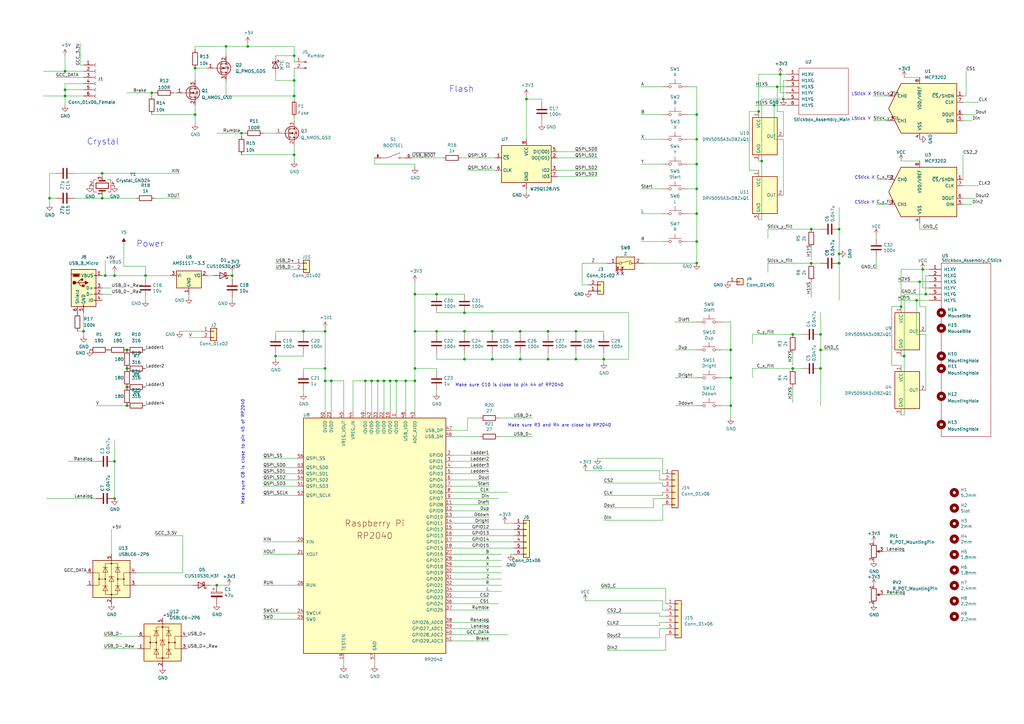
<source format=kicad_sch>
(kicad_sch (version 20230121) (generator eeschema)
  (paper "A3")
  (junction (at 170.18 156.21))
  (junction (at 46.99 113.03))
  (junction (at 120.65 39.37))
  (junction (at 88.9 240.03))
  (junction (at 344.17 93.98))
  (junction (at 285.75 57.15))
  (junction (at 377.19 115.57))
  (junction (at 160.02 156.21))
  (junction (at 285.75 67.31))
  (junction (at 344.17 104.14))
  (junction (at 336.55 137.16))
  (junction (at 190.5 135.89))
  (junction (at 152.4 156.21))
  (junction (at 344.17 107.95))
  (junction (at 224.79 135.89))
  (junction (at 247.65 147.32))
  (junction (at 318.77 35.56))
  (junction (at 213.36 147.32))
  (junction (at 149.86 156.21))
  (junction (at 154.94 156.21))
  (junction (at 201.93 135.89))
  (junction (at 236.22 147.32))
  (junction (at 369.57 125.73))
  (junction (at 120.65 22.86))
  (junction (at 332.74 93.98))
  (junction (at 80.01 46.99))
  (junction (at 321.31 40.64))
  (junction (at 299.72 166.37))
  (junction (at 120.65 33.02))
  (junction (at 179.07 120.65))
  (junction (at 157.48 156.21))
  (junction (at 320.04 30.48))
  (junction (at 179.07 135.89))
  (junction (at 26.67 36.83))
  (junction (at 92.71 19.05))
  (junction (at 213.36 135.89))
  (junction (at 135.89 156.21))
  (junction (at 190.5 147.32))
  (junction (at 317.5 43.18))
  (junction (at 52.07 143.51))
  (junction (at 336.55 143.51))
  (junction (at 299.72 154.94))
  (junction (at 52.07 166.37))
  (junction (at 311.15 45.72))
  (junction (at 52.07 151.13))
  (junction (at 285.75 107.95))
  (junction (at 201.93 147.32))
  (junction (at 41.91 81.28))
  (junction (at 34.29 135.89))
  (junction (at 101.6 19.05))
  (junction (at 59.69 113.03))
  (junction (at 312.42 66.04))
  (junction (at 120.65 63.5))
  (junction (at 20.32 81.28))
  (junction (at 62.23 38.1))
  (junction (at 285.75 46.99))
  (junction (at 46.99 204.47))
  (junction (at 166.37 156.21))
  (junction (at 215.9 40.64))
  (junction (at 113.03 146.05))
  (junction (at 133.35 156.21))
  (junction (at 285.75 99.06))
  (junction (at 379.73 120.65))
  (junction (at 299.72 143.51))
  (junction (at 124.46 135.89))
  (junction (at 133.35 151.13))
  (junction (at 46.99 189.23))
  (junction (at 41.91 71.12))
  (junction (at 99.06 54.61))
  (junction (at 43.18 113.03))
  (junction (at 170.18 120.65))
  (junction (at 370.84 146.05))
  (junction (at 285.75 87.63))
  (junction (at 162.56 156.21))
  (junction (at 26.67 39.37))
  (junction (at 236.22 135.89))
  (junction (at 378.46 110.49))
  (junction (at 80.01 27.94))
  (junction (at 332.74 107.95))
  (junction (at 325.12 151.13))
  (junction (at 336.55 151.13))
  (junction (at 325.12 137.16))
  (junction (at 26.67 29.21))
  (junction (at 285.75 77.47))
  (junction (at 190.5 128.27))
  (junction (at 133.35 135.89))
  (junction (at 224.79 147.32))
  (junction (at 170.18 135.89))
  (junction (at 95.25 113.03))
  (junction (at 170.18 151.13))
  (junction (at 375.92 123.19))
  (junction (at 52.07 158.75))
  (no_connect (at 253.365 112.268))
  (no_connect (at 255.27 112.268))
  (wire (pts (xy 312.42 40.64) (xy 312.42 66.04)))
  (wire (pts (xy 273.05 252.73) (xy 270.51 252.73)))
  (wire (pts (xy 336.55 143.51) (xy 344.17 143.51)))
  (wire (pts (xy 120.65 22.86) (xy 120.65 19.05)))
  (wire (pts (xy 185.42 214.63) (xy 200.66 214.63)))
  (wire (pts (xy 308.61 137.16) (xy 308.61 140.97)))
  (wire (pts (xy 215.9 77.47) (xy 215.9 78.74)))
  (wire (pts (xy 281.94 67.31) (xy 285.75 67.31)))
  (wire (pts (xy 95.25 113.03) (xy 95.25 114.3)))
  (wire (pts (xy 135.89 168.91) (xy 135.89 156.21)))
  (wire (pts (xy 377.19 93.98) (xy 384.81 93.98)))
  (wire (pts (xy 170.18 115.57) (xy 170.18 120.65)))
  (wire (pts (xy 238.76 107.95) (xy 248.92 107.95)))
  (wire (pts (xy 318.77 45.72) (xy 318.77 35.56)))
  (wire (pts (xy 190.5 137.16) (xy 190.5 135.89)))
  (wire (pts (xy 270.51 252.73) (xy 270.51 251.46)))
  (wire (pts (xy 299.72 166.37) (xy 299.72 171.45)))
  (wire (pts (xy 299.72 143.51) (xy 299.72 154.94)))
  (wire (pts (xy 271.78 204.47) (xy 267.97 204.47)))
  (wire (pts (xy 120.65 59.69) (xy 120.65 63.5)))
  (wire (pts (xy 59.69 121.92) (xy 59.69 123.19)))
  (wire (pts (xy 170.18 135.89) (xy 170.18 151.13)))
  (wire (pts (xy 264.16 107.95) (xy 285.75 107.95)))
  (wire (pts (xy 336.55 143.51) (xy 336.55 151.13)))
  (wire (pts (xy 152.4 156.21) (xy 154.94 156.21)))
  (wire (pts (xy 121.92 251.46) (xy 107.95 251.46)))
  (wire (pts (xy 322.58 30.48) (xy 320.04 30.48)))
  (wire (pts (xy 43.18 113.03) (xy 46.99 113.03)))
  (wire (pts (xy 99.06 54.61) (xy 100.33 54.61)))
  (wire (pts (xy 120.65 39.37) (xy 120.65 40.64)))
  (wire (pts (xy 401.32 41.91) (xy 394.97 41.91)))
  (wire (pts (xy 77.47 120.65) (xy 77.47 121.92)))
  (wire (pts (xy 224.79 147.32) (xy 213.36 147.32)))
  (wire (pts (xy 241.3 116.84) (xy 238.76 116.84)))
  (wire (pts (xy 179.07 120.65) (xy 170.18 120.65)))
  (wire (pts (xy 365.76 149.86) (xy 365.76 125.73)))
  (wire (pts (xy 270.51 196.85) (xy 270.51 193.04)))
  (wire (pts (xy 379.73 160.02) (xy 379.73 137.16)))
  (wire (pts (xy 153.67 270.51) (xy 153.67 273.05)))
  (wire (pts (xy 39.37 189.23) (xy 27.94 189.23)))
  (wire (pts (xy 379.73 113.03) (xy 379.73 120.65)))
  (wire (pts (xy 153.67 67.31) (xy 170.18 67.31)))
  (wire (pts (xy 381 113.03) (xy 379.73 113.03)))
  (wire (pts (xy 248.92 266.7) (xy 273.05 266.7)))
  (wire (pts (xy 236.22 147.32) (xy 247.65 147.32)))
  (wire (pts (xy 50.8 109.22) (xy 59.69 109.22)))
  (wire (pts (xy 185.42 186.69) (xy 200.66 186.69)))
  (wire (pts (xy 285.75 143.51) (xy 276.86 143.51)))
  (wire (pts (xy 185.42 262.89) (xy 200.66 262.89)))
  (wire (pts (xy 285.75 67.31) (xy 285.75 57.15)))
  (wire (pts (xy 124.46 152.4) (xy 124.46 151.13)))
  (wire (pts (xy 133.35 134.62) (xy 133.35 135.89)))
  (wire (pts (xy 113.03 137.16) (xy 113.03 135.89)))
  (wire (pts (xy 365.76 125.73) (xy 369.57 125.73)))
  (wire (pts (xy 149.86 156.21) (xy 152.4 156.21)))
  (wire (pts (xy 170.18 67.31) (xy 170.18 68.58)))
  (wire (pts (xy 394.97 73.66) (xy 394.97 63.5)))
  (wire (pts (xy 179.07 152.4) (xy 179.07 151.13)))
  (wire (pts (xy 121.92 240.03) (xy 107.95 240.03)))
  (wire (pts (xy 63.5 81.28) (xy 73.66 81.28)))
  (wire (pts (xy 270.51 255.27) (xy 270.51 256.54)))
  (wire (pts (xy 236.22 137.16) (xy 236.22 135.89)))
  (wire (pts (xy 179.07 135.89) (xy 190.5 135.89)))
  (wire (pts (xy 190.5 144.78) (xy 190.5 147.32)))
  (wire (pts (xy 124.46 137.16) (xy 124.46 135.89)))
  (wire (pts (xy 247.65 203.2) (xy 271.78 203.2)))
  (wire (pts (xy 80.01 19.05) (xy 80.01 20.32)))
  (wire (pts (xy 113.03 144.78) (xy 113.03 146.05)))
  (wire (pts (xy 107.95 222.25) (xy 121.92 222.25)))
  (wire (pts (xy 185.42 240.03) (xy 205.74 240.03)))
  (wire (pts (xy 314.96 93.98) (xy 332.74 93.98)))
  (wire (pts (xy 185.42 179.07) (xy 196.85 179.07)))
  (wire (pts (xy 273.05 247.65) (xy 273.05 241.3)))
  (wire (pts (xy 257.81 128.27) (xy 257.81 147.32)))
  (wire (pts (xy 73.66 135.89) (xy 82.55 135.89)))
  (wire (pts (xy 34.29 36.83) (xy 26.67 36.83)))
  (wire (pts (xy 55.88 240.03) (xy 78.74 240.03)))
  (wire (pts (xy 224.79 137.16) (xy 224.79 135.89)))
  (wire (pts (xy 308.61 137.16) (xy 325.12 137.16)))
  (wire (pts (xy 201.93 144.78) (xy 201.93 147.32)))
  (wire (pts (xy 378.46 110.49) (xy 369.57 110.49)))
  (wire (pts (xy 92.71 22.86) (xy 92.71 19.05)))
  (wire (pts (xy 308.61 151.13) (xy 308.61 154.94)))
  (wire (pts (xy 320.04 30.48) (xy 320.04 38.1)))
  (wire (pts (xy 42.545 266.065) (xy 56.515 266.065)))
  (wire (pts (xy 281.94 77.47) (xy 285.75 77.47)))
  (wire (pts (xy 160.02 156.21) (xy 162.56 156.21)))
  (wire (pts (xy 20.32 71.12) (xy 20.32 81.28)))
  (wire (pts (xy 273.05 255.27) (xy 270.51 255.27)))
  (wire (pts (xy 311.15 30.48) (xy 311.15 45.72)))
  (wire (pts (xy 336.55 137.16) (xy 336.55 143.51)))
  (wire (pts (xy 22.86 31.75) (xy 34.29 31.75)))
  (wire (pts (xy 201.93 135.89) (xy 213.36 135.89)))
  (wire (pts (xy 154.94 168.91) (xy 154.94 156.21)))
  (wire (pts (xy 332.74 121.92) (xy 332.74 115.57)))
  (wire (pts (xy 41.91 72.39) (xy 41.91 71.12)))
  (wire (pts (xy 344.17 123.19) (xy 344.17 107.95)))
  (wire (pts (xy 285.75 166.37) (xy 276.86 166.37)))
  (wire (pts (xy 344.17 93.98) (xy 344.17 85.09)))
  (wire (pts (xy 185.42 242.57) (xy 205.74 242.57)))
  (wire (pts (xy 59.69 113.03) (xy 69.85 113.03)))
  (wire (pts (xy 120.65 27.94) (xy 120.65 33.02)))
  (wire (pts (xy 185.42 245.11) (xy 200.66 245.11)))
  (wire (pts (xy 113.03 22.86) (xy 120.65 22.86)))
  (wire (pts (xy 317.5 43.18) (xy 322.58 43.18)))
  (wire (pts (xy 375.92 137.16) (xy 375.92 123.19)))
  (wire (pts (xy 370.84 170.18) (xy 370.84 146.05)))
  (wire (pts (xy 321.31 40.64) (xy 312.42 40.64)))
  (wire (pts (xy 80.01 27.94) (xy 80.01 33.02)))
  (wire (pts (xy 314.96 107.95) (xy 332.74 107.95)))
  (wire (pts (xy 80.01 27.94) (xy 85.09 27.94)))
  (wire (pts (xy 394.97 39.37) (xy 396.24 39.37)))
  (wire (pts (xy 248.92 256.54) (xy 270.51 256.54)))
  (wire (pts (xy 271.78 207.01) (xy 271.78 213.36)))
  (wire (pts (xy 271.78 99.06) (xy 262.89 99.06)))
  (wire (pts (xy 92.71 19.05) (xy 101.6 19.05)))
  (wire (pts (xy 325.12 137.16) (xy 328.93 137.16)))
  (wire (pts (xy 375.92 123.19) (xy 381 123.19)))
  (wire (pts (xy 154.94 156.21) (xy 157.48 156.21)))
  (wire (pts (xy 394.97 81.28) (xy 400.05 81.28)))
  (wire (pts (xy 120.65 33.02) (xy 113.03 33.02)))
  (wire (pts (xy 215.9 39.37) (xy 215.9 40.64)))
  (wire (pts (xy 34.29 39.37) (xy 26.67 39.37)))
  (wire (pts (xy 204.47 179.07) (xy 218.44 179.07)))
  (wire (pts (xy 113.03 33.02) (xy 113.03 30.48)))
  (wire (pts (xy 332.74 93.98) (xy 336.55 93.98)))
  (wire (pts (xy 222.25 40.64) (xy 215.9 40.64)))
  (wire (pts (xy 364.49 73.66) (xy 359.41 73.66)))
  (wire (pts (xy 92.71 33.02) (xy 92.71 39.37)))
  (wire (pts (xy 228.6 62.23) (xy 245.11 62.23)))
  (wire (pts (xy 120.65 33.02) (xy 120.65 39.37)))
  (wire (pts (xy 63.5 219.71) (xy 74.93 219.71)))
  (wire (pts (xy 358.14 49.53) (xy 364.49 49.53)))
  (wire (pts (xy 285.75 99.06) (xy 285.75 107.95)))
  (wire (pts (xy 189.23 64.77) (xy 203.2 64.77)))
  (wire (pts (xy 152.4 168.91) (xy 152.4 156.21)))
  (wire (pts (xy 46.99 113.03) (xy 59.69 113.03)))
  (wire (pts (xy 299.72 154.94) (xy 299.72 166.37)))
  (wire (pts (xy 41.91 120.65) (xy 45.72 120.65)))
  (wire (pts (xy 285.75 57.15) (xy 285.75 46.99)))
  (wire (pts (xy 369.57 66.04) (xy 377.19 66.04)))
  (wire (pts (xy 285.75 154.94) (xy 276.86 154.94)))
  (wire (pts (xy 317.5 57.15) (xy 317.5 43.18)))
  (wire (pts (xy 185.42 224.79) (xy 210.82 224.79)))
  (wire (pts (xy 273.05 257.81) (xy 270.51 257.81)))
  (wire (pts (xy 41.91 113.03) (xy 43.18 113.03)))
  (wire (pts (xy 285.75 99.06) (xy 285.75 87.63)))
  (wire (pts (xy 124.46 151.13) (xy 133.35 151.13)))
  (wire (pts (xy 190.5 135.89) (xy 201.93 135.89)))
  (wire (pts (xy 190.5 128.27) (xy 257.81 128.27)))
  (wire (pts (xy 52.07 38.1) (xy 62.23 38.1)))
  (wire (pts (xy 45.72 217.17) (xy 45.72 227.33)))
  (wire (pts (xy 271.78 46.99) (xy 262.89 46.99)))
  (wire (pts (xy 191.77 171.45) (xy 196.85 171.45)))
  (wire (pts (xy 308.61 151.13) (xy 325.12 151.13)))
  (wire (pts (xy 170.18 135.89) (xy 179.07 135.89)))
  (wire (pts (xy 307.34 45.72) (xy 311.15 45.72)))
  (wire (pts (xy 124.46 146.05) (xy 124.46 144.78)))
  (wire (pts (xy 344.17 104.14) (xy 344.17 93.98)))
  (wire (pts (xy 42.545 260.985) (xy 56.515 260.985)))
  (wire (pts (xy 80.01 43.18) (xy 80.01 46.99)))
  (wire (pts (xy 271.78 250.19) (xy 271.78 246.38)))
  (wire (pts (xy 321.31 55.88) (xy 321.31 45.72)))
  (wire (pts (xy 271.78 67.31) (xy 262.89 67.31)))
  (wire (pts (xy 144.78 168.91) (xy 144.78 156.21)))
  (wire (pts (xy 210.82 227.33) (xy 209.55 227.33)))
  (wire (pts (xy 185.42 209.55) (xy 200.66 209.55)))
  (wire (pts (xy 34.29 29.21) (xy 26.67 29.21)))
  (wire (pts (xy 166.37 156.21) (xy 170.18 156.21)))
  (wire (pts (xy 224.79 135.89) (xy 236.22 135.89)))
  (wire (pts (xy 368.3 115.57) (xy 377.19 115.57)))
  (wire (pts (xy 240.03 246.38) (xy 271.78 246.38)))
  (wire (pts (xy 271.78 87.63) (xy 262.89 87.63)))
  (wire (pts (xy 185.42 194.31) (xy 200.66 194.31)))
  (wire (pts (xy 185.42 196.85) (xy 200.66 196.85)))
  (wire (pts (xy 325.12 165.1) (xy 325.12 158.75)))
  (wire (pts (xy 246.38 241.3) (xy 273.05 241.3)))
  (wire (pts (xy 170.18 120.65) (xy 170.18 135.89)))
  (wire (pts (xy 378.46 110.49) (xy 378.46 118.11)))
  (wire (pts (xy 358.14 39.37) (xy 364.49 39.37)))
  (wire (pts (xy 236.22 144.78) (xy 236.22 147.32)))
  (wire (pts (xy 336.55 166.37) (xy 336.55 151.13)))
  (wire (pts (xy 99.06 54.61) (xy 99.06 55.88)))
  (wire (pts (xy 314.96 93.98) (xy 314.96 97.79)))
  (wire (pts (xy 179.07 120.65) (xy 190.5 120.65)))
  (wire (pts (xy 240.03 193.04) (xy 270.51 193.04)))
  (wire (pts (xy 369.57 170.18) (xy 370.84 170.18)))
  (wire (pts (xy 62.23 38.1) (xy 63.5 38.1)))
  (wire (pts (xy 321.31 33.02) (xy 321.31 40.64)))
  (wire (pts (xy 34.29 135.89) (xy 34.29 128.27)))
  (wire (pts (xy 210.82 214.63) (xy 207.01 214.63)))
  (wire (pts (xy 398.78 49.53) (xy 394.97 49.53)))
  (wire (pts (xy 170.18 156.21) (xy 170.18 168.91)))
  (wire (pts (xy 321.31 45.72) (xy 318.77 45.72)))
  (wire (pts (xy 74.93 234.95) (xy 74.93 219.71)))
  (wire (pts (xy 247.65 147.32) (xy 247.65 148.59)))
  (wire (pts (xy 285.75 87.63) (xy 285.75 77.47)))
  (wire (pts (xy 22.86 81.28) (xy 20.32 81.28)))
  (wire (pts (xy 295.91 166.37) (xy 299.72 166.37)))
  (wire (pts (xy 50.8 100.33) (xy 50.8 109.22)))
  (wire (pts (xy 295.91 132.08) (xy 299.72 132.08)))
  (wire (pts (xy 321.31 57.15) (xy 317.5 57.15)))
  (wire (pts (xy 377.19 91.44) (xy 377.19 93.98)))
  (wire (pts (xy 311.15 90.17) (xy 312.42 90.17)))
  (wire (pts (xy 332.74 107.95) (xy 336.55 107.95)))
  (wire (pts (xy 247.65 144.78) (xy 247.65 147.32)))
  (wire (pts (xy 359.41 110.49) (xy 359.41 105.41)))
  (wire (pts (xy 140.97 168.91) (xy 140.97 156.21)))
  (wire (pts (xy 166.37 168.91) (xy 166.37 156.21)))
  (wire (pts (xy 107.95 196.85) (xy 121.92 196.85)))
  (wire (pts (xy 19.05 204.47) (xy 39.37 204.47)))
  (wire (pts (xy 228.6 64.77) (xy 245.11 64.77)))
  (wire (pts (xy 87.63 113.03) (xy 85.09 113.03)))
  (wire (pts (xy 179.07 137.16) (xy 179.07 135.89)))
  (wire (pts (xy 43.18 106.68) (xy 43.18 113.03)))
  (wire (pts (xy 248.92 261.62) (xy 270.51 261.62)))
  (wire (pts (xy 224.79 144.78) (xy 224.79 147.32)))
  (wire (pts (xy 228.6 69.85) (xy 245.11 69.85)))
  (wire (pts (xy 400.05 46.99) (xy 394.97 46.99)))
  (wire (pts (xy 144.78 156.21) (xy 149.86 156.21)))
  (wire (pts (xy 271.78 35.56) (xy 262.89 35.56)))
  (wire (pts (xy 270.51 257.81) (xy 270.51 261.62)))
  (wire (pts (xy 30.48 71.12) (xy 41.91 71.12)))
  (wire (pts (xy 185.42 232.41) (xy 205.74 232.41)))
  (wire (pts (xy 124.46 160.02) (xy 124.46 161.29)))
  (wire (pts (xy 179.07 128.27) (xy 190.5 128.27)))
  (wire (pts (xy 133.35 151.13) (xy 133.35 156.21)))
  (wire (pts (xy 157.48 168.91) (xy 157.48 156.21)))
  (wire (pts (xy 379.73 135.89) (xy 379.73 125.73)))
  (wire (pts (xy 271.78 199.39) (xy 271.78 198.12)))
  (wire (pts (xy 88.9 54.61) (xy 99.06 54.61)))
  (wire (pts (xy 46.99 189.23) (xy 46.99 180.34)))
  (wire (pts (xy 185.42 257.81) (xy 200.66 257.81)))
  (wire (pts (xy 295.91 154.94) (xy 299.72 154.94)))
  (wire (pts (xy 201.93 147.32) (xy 190.5 147.32)))
  (wire (pts (xy 359.41 83.82) (xy 364.49 83.82)))
  (wire (pts (xy 95.25 121.92) (xy 95.25 123.19)))
  (wire (pts (xy 185.42 250.19) (xy 200.66 250.19)))
  (wire (pts (xy 185.42 191.77) (xy 200.66 191.77)))
  (wire (pts (xy 88.9 240.03) (xy 93.98 240.03)))
  (wire (pts (xy 257.81 147.32) (xy 247.65 147.32)))
  (wire (pts (xy 170.18 151.13) (xy 179.07 151.13)))
  (wire (pts (xy 185.42 199.39) (xy 200.66 199.39)))
  (wire (pts (xy 285.75 35.56) (xy 285.75 46.99)))
  (wire (pts (xy 162.56 156.21) (xy 162.56 168.91)))
  (wire (pts (xy 307.34 69.85) (xy 307.34 45.72)))
  (wire (pts (xy 285.75 77.47) (xy 285.75 67.31)))
  (wire (pts (xy 179.07 144.78) (xy 179.07 147.32)))
  (wire (pts (xy 185.42 260.35) (xy 208.28 260.35)))
  (wire (pts (xy 140.97 156.21) (xy 135.89 156.21)))
  (wire (pts (xy 107.95 191.77) (xy 121.92 191.77)))
  (wire (pts (xy 86.36 240.03) (xy 88.9 240.03)))
  (wire (pts (xy 379.73 137.16) (xy 375.92 137.16)))
  (wire (pts (xy 344.17 104.14) (xy 344.17 107.95)))
  (wire (pts (xy 113.03 146.05) (xy 124.46 146.05)))
  (wire (pts (xy 59.69 109.22) (xy 59.69 113.03)))
  (wire (pts (xy 45.72 118.11) (xy 41.91 118.11)))
  (wire (pts (xy 191.77 69.85) (xy 203.2 69.85)))
  (wire (pts (xy 378.46 118.11) (xy 381 118.11)))
  (wire (pts (xy 222.25 41.91) (xy 222.25 40.64)))
  (wire (pts (xy 213.36 137.16) (xy 213.36 135.89)))
  (wire (pts (xy 369.57 149.86) (xy 365.76 149.86)))
  (wire (pts (xy 170.18 151.13) (xy 170.18 156.21)))
  (wire (pts (xy 185.42 219.71) (xy 210.82 219.71)))
  (wire (pts (xy 314.96 107.95) (xy 314.96 111.76)))
  (wire (pts (xy 381 110.49) (xy 378.46 110.49)))
  (wire (pts (xy 309.88 35.56) (xy 318.77 35.56)))
  (wire (pts (xy 59.69 114.3) (xy 59.69 113.03)))
  (wire (pts (xy 332.74 106.68) (xy 332.74 101.6)))
  (wire (pts (xy 247.65 213.36) (xy 271.78 213.36)))
  (wire (pts (xy 113.03 135.89) (xy 124.46 135.89)))
  (wire (pts (xy 41.91 71.12) (xy 73.66 71.12)))
  (wire (pts (xy 271.78 201.93) (xy 271.78 203.2)))
  (wire (pts (xy 321.31 80.01) (xy 321.31 57.15)))
  (wire (pts (xy 185.42 247.65) (xy 204.47 247.65)))
  (wire (pts (xy 228.6 72.39) (xy 245.11 72.39)))
  (wire (pts (xy 113.03 146.05) (xy 113.03 147.32)))
  (wire (pts (xy 204.47 171.45) (xy 218.44 171.45)))
  (wire (pts (xy 34.29 137.795) (xy 34.29 135.89)))
  (wire (pts (xy 17.78 29.21) (xy 26.67 29.21)))
  (wire (pts (xy 238.76 116.84) (xy 238.76 107.95)))
  (wire (pts (xy 185.42 212.09) (xy 200.66 212.09)))
  (wire (pts (xy 236.22 135.89) (xy 247.65 135.89)))
  (wire (pts (xy 273.05 260.35) (xy 273.05 266.7)))
  (wire (pts (xy 394.97 76.2) (xy 401.32 76.2)))
  (wire (pts (xy 201.93 137.16) (xy 201.93 135.89)))
  (wire (pts (xy 369.57 110.49) (xy 369.57 125.73)))
  (wire (pts (xy 39.37 166.37) (xy 52.07 166.37)))
  (wire (pts (xy 247.65 208.28) (xy 267.97 208.28)))
  (wire (pts (xy 222.25 49.53) (xy 222.25 50.8)))
  (wire (pts (xy 377.19 125.73) (xy 377.19 115.57)))
  (wire (pts (xy 325.12 151.13) (xy 328.93 151.13)))
  (wire (pts (xy 185.42 204.47) (xy 204.47 204.47)))
  (wire (pts (xy 120.65 39.37) (xy 92.71 39.37)))
  (wire (pts (xy 370.84 146.05) (xy 369.57 146.05)))
  (wire (pts (xy 99.06 63.5) (xy 120.65 63.5)))
  (wire (pts (xy 396.24 29.21) (xy 396.24 39.37)))
  (wire (pts (xy 133.35 156.21) (xy 133.35 168.91)))
  (wire (pts (xy 281.94 99.06) (xy 285.75 99.06)))
  (wire (pts (xy 26.67 34.29) (xy 26.67 36.83)))
  (wire (pts (xy 185.42 189.23) (xy 200.66 189.23)))
  (wire (pts (xy 121.92 203.2) (xy 107.95 203.2)))
  (wire (pts (xy 46.99 204.47) (xy 46.99 189.23)))
  (wire (pts (xy 62.23 38.1) (xy 62.23 39.37)))
  (wire (pts (xy 133.35 135.89) (xy 133.35 151.13)))
  (wire (pts (xy 185.42 229.87) (xy 205.74 229.87)))
  (wire (pts (xy 20.32 81.28) (xy 20.32 83.82)))
  (wire (pts (xy 71.12 38.1) (xy 72.39 38.1)))
  (wire (pts (xy 124.46 135.89) (xy 133.35 135.89)))
  (wire (pts (xy 62.23 46.99) (xy 80.01 46.99)))
  (wire (pts (xy 95.25 111.76) (xy 95.25 113.03)))
  (wire (pts (xy 185.42 201.93) (xy 208.28 201.93)))
  (wire (pts (xy 312.42 90.17) (xy 312.42 66.04)))
  (wire (pts (xy 312.42 66.04) (xy 311.15 66.04)))
  (wire (pts (xy 281.94 46.99) (xy 285.75 46.99)))
  (wire (pts (xy 157.48 156.21) (xy 160.02 156.21)))
  (wire (pts (xy 362.204 226.187) (xy 371.094 226.187)))
  (wire (pts (xy 26.67 39.37) (xy 26.67 43.18)))
  (wire (pts (xy 318.77 35.56) (xy 322.58 35.56)))
  (wire (pts (xy 295.91 143.51) (xy 299.72 143.51)))
  (wire (pts (xy 185.42 207.01) (xy 200.66 207.01)))
  (wire (pts (xy 370.84 120.65) (xy 370.84 146.05)))
  (wire (pts (xy 248.92 251.46) (xy 270.51 251.46)))
  (wire (pts (xy 113.03 110.49) (xy 120.65 110.49)))
  (wire (pts (xy 107.95 194.31) (xy 121.92 194.31)))
  (wire (pts (xy 160.02 168.91) (xy 160.02 156.21)))
  (wire (pts (xy 267.97 204.47) (xy 267.97 208.28)))
  (wire (pts (xy 101.6 17.78) (xy 101.6 19.05)))
  (wire (pts (xy 120.65 25.4) (xy 120.65 22.86)))
  (wire (pts (xy 33.02 26.67) (xy 33.02 17.78)))
  (wire (pts (xy 299.72 132.08) (xy 299.72 143.51)))
  (wire (pts (xy 22.86 71.12) (xy 20.32 71.12)))
  (wire (pts (xy 271.78 196.85) (xy 270.51 196.85)))
  (wire (pts (xy 120.65 63.5) (xy 120.65 66.04)))
  (wire (pts (xy 322.58 33.02) (xy 321.31 33.02)))
  (wire (pts (xy 213.36 144.78) (xy 213.36 147.32)))
  (wire (pts (xy 281.94 57.15) (xy 285.75 57.15)))
  (wire (pts (xy 271.78 57.15) (xy 262.89 57.15)))
  (wire (pts (xy 236.22 147.32) (xy 224.79 147.32)))
  (wire (pts (xy 321.31 40.64) (xy 322.58 40.64)))
  (wire (pts (xy 309.88 43.18) (xy 317.5 43.18)))
  (wire (pts (xy 271.78 194.31) (xy 271.78 187.96)))
  (wire (pts (xy 247.65 137.16) (xy 247.65 135.89)))
  (wire (pts (xy 185.42 176.53) (xy 191.77 176.53)))
  (wire (pts (xy 273.05 250.19) (xy 271.78 250.19)))
  (wire (pts (xy 185.42 222.25) (xy 210.82 222.25)))
  (wire (pts (xy 320.04 30.48) (xy 311.15 30.48)))
  (wire (pts (xy 162.56 156.21) (xy 166.37 156.21)))
  (wire (pts (xy 135.89 156.21) (xy 133.35 156.21)))
  (wire (pts (xy 34.29 26.67) (xy 33.02 26.67)))
  (wire (pts (xy 213.36 147.32) (xy 201.93 147.32)))
  (wire (pts (xy 368.3 123.19) (xy 375.92 123.19)))
  (wire (pts (xy 320.04 38.1) (xy 322.58 38.1)))
  (wire (pts (xy 107.95 54.61) (xy 113.03 54.61)))
  (wire (pts (xy 271.78 77.47) (xy 262.89 77.47)))
  (wire (pts (xy 377.19 115.57) (xy 381 115.57)))
  (wire (pts (xy 77.47 138.43) (xy 82.55 138.43)))
  (wire (pts (xy 190.5 147.32) (xy 179.07 147.32)))
  (wire (pts (xy 281.94 35.56) (xy 285.75 35.56)))
  (wire (pts (xy 153.67 64.77) (xy 153.67 67.31)))
  (wire (pts (xy 379.73 120.65) (xy 381 120.65)))
  (wire (pts (xy 185.42 227.33) (xy 205.74 227.33)))
  (wire (pts (xy 247.65 198.12) (xy 271.78 198.12)))
  (wire (pts (xy 213.36 135.89) (xy 224.79 135.89)))
  (wire (pts (xy 185.42 217.17) (xy 210.82 217.17)))
  (wire (pts (xy 149.86 168.91) (xy 149.86 156.21)))
  (wire (pts (xy 26.67 36.83) (xy 26.67 39.37)))
  (wire (pts (xy 113.03 107.95) (xy 120.65 107.95)))
  (wire (pts (xy 379.73 125.73) (xy 377.19 125.73)))
  (wire (pts (xy 336.55 137.16) (xy 336.55 128.27)))
  (wire (pts (xy 41.91 81.28) (xy 55.88 81.28)))
  (wire (pts (xy 80.01 46.99) (xy 80.01 50.8)))
  (wire (pts (xy 30.48 81.28) (xy 41.91 81.28)))
  (wire (pts (xy 185.42 255.27) (xy 200.66 255.27)))
  (wire (pts (xy 140.97 270.51) (xy 140.97 273.05)))
  (wire (pts (xy 362.204 243.967) (xy 371.094 243.967)))
  (wire (pts (xy 107.95 199.39) (xy 121.92 199.39)))
  (wire (pts (xy 41.91 80.01) (xy 41.91 81.28)))
  (wire (pts (xy 179.07 160.02) (xy 179.07 161.29)))
  (wire (pts (xy 285.75 132.08) (xy 276.86 132.08)))
  (wire (pts (xy 181.61 64.77) (xy 168.91 64.77)))
  (wire (pts (xy 26.67 29.21) (xy 26.67 22.86)))
  (wire (pts (xy 31.75 135.89) (xy 34.29 135.89)))
  (wire (pts (xy 185.42 237.49) (xy 205.74 237.49)))
  (wire (pts (xy 325.12 149.86) (xy 325.12 144.78)))
  (wire (pts (xy 191.77 171.45) (xy 191.77 176.53)))
  (wire (pts (xy 245.11 187.96) (xy 271.78 187.96)))
  (wire (pts (xy 120.65 48.26) (xy 120.65 49.53)))
  (wire (pts (xy 46.99 111.76) (xy 46.99 113.03)))
  (wire (pts (xy 121.92 227.33) (xy 107.95 227.33)))
  (wire (pts (xy 92.71 19.05) (xy 80.01 19.05)))
  (wire (pts (xy 394.97 83.82) (xy 398.78 83.82)))
  (wire (pts (xy 215.9 40.64) (xy 215.9 57.15)))
  (wire (pts (xy 121.92 187.96) (xy 107.95 187.96)))
  (wire (pts (xy 185.42 234.95) (xy 205.74 234.95)))
  (wire (pts (xy 34.29 34.29) (xy 26.67 34.29)))
  (wire (pts (xy 379.73 120.65) (xy 370.84 120.65)))
  (wire (pts (xy 359.41 97.79) (xy 359.41 96.52)))
  (wire (pts (xy 55.88 234.95) (xy 74.93 234.95)))
  (wire (pts (xy 121.92 254) (xy 107.95 254)))
  (wire (pts (xy 17.78 39.37) (xy 26.67 39.37)))
  (wire (pts (xy 120.65 19.05) (xy 101.6 19.05)))
  (wire (pts (xy 311.15 69.85) (xy 307.34 69.85)))
  (wire (pts (xy 370.84 31.75) (xy 377.19 31.75)))
  (wire (pts (xy 281.94 87.63) (xy 285.75 87.63)))
  (text "Power" (at 55.88 101.6 0) (effects (font (size 2.54 2.54)) (justify left bottom)))
  (text "LStick Y\n" (at 349.25 49.53 0) (effects (font (size 1.27 1.27)) (justify left bottom)))
  (text "Make sure C10 is close to pin 44 of RP2040" (at 186.69 158.75 0) (effects (font (size 1.27 1.27)) (justify left bottom)))
  (text "CStick Y\n" (at 350.52 83.82 0) (effects (font (size 1.27 1.27)) (justify left bottom)))
  (text "Make sure R3 and R4 are close to RP2040" (at 208.28 175.26 0) (effects (font (size 1.27 1.27)) (justify left bottom)))
  (text "Make sure C8 is close to pin 45 of RP2040" (at 100.33 207.01 90) (effects (font (size 1.27 1.27)) (justify left bottom)))
  (text "Flash" (at 184.15 38.1 0) (effects (font (size 2.54 2.54)) (justify left bottom)))
  (text "Crystal" (at 35.56 59.69 0) (effects (font (size 2.54 2.54)) (justify left bottom)))
  (text "CStick X" (at 350.52 73.66 0) (effects (font (size 1.27 1.27)) (justify left bottom)))
  (text "LStick X" (at 349.25 39.37 0) (effects (font (size 1.27 1.27)) (justify left bottom)))
  (label "QSPI_SD0" (at 245.11 62.23 180))
  (label "Start" (at 200.66 199.39 180))
  (label "A" (at 262.89 35.56 0))
  (label "QSPI_SD2" (at 245.11 69.85 180))
  (label "XIN" (at 107.95 222.25 0))
  (label "GCC_DATA" (at 22.86 31.75 0))
  (label "Stick_x_filt" (at 325.12 107.95 180))
  (label "Stick_x_filt" (at 358.14 39.37 0))
  (label "Ranalog" (at 38.1 189.23 180))
  (label "X" (at 200.66 232.41 180))
  (label "GPIO12" (at 200.66 217.17 180))
  (label "QSPI_SD3" (at 245.11 72.39 180))
  (label "Din" (at 247.65 213.36 0))
  (label "CS2_2" (at 248.92 251.46 0))
  (label "Ddown" (at 200.66 212.09 180))
  (label "H1YS" (at 309.88 43.18 0))
  (label "V" (at 39.37 166.37 0))
  (label "GCC_DATA" (at 200.66 260.35 180))
  (label "L" (at 262.89 87.63 0))
  (label "CS2" (at 200.66 245.11 180))
  (label "Din2" (at 248.92 266.7 0))
  (label "Lanalog" (at 200.66 257.81 180))
  (label "H1XS" (at 332.74 120.65 90))
  (label "Brake" (at 200.66 262.89 180))
  (label "CLK2" (at 248.92 256.54 0))
  (label "CLK2" (at 401.32 76.2 0))
  (label "XIN" (at 73.66 71.12 180))
  (label "USB_D+" (at 76.835 260.985 0))
  (label "QSPI_SS" (at 191.77 64.77 0))
  (label "Rumble" (at 91.44 54.61 0))
  (label "H1XS" (at 309.88 35.56 0))
  (label "SWD" (at 107.95 254 0))
  (label "+5V" (at 66.675 253.365 0))
  (label "SWCLK" (at 107.95 251.46 0))
  (label "Dleft" (at 278.13 132.08 0))
  (label "Ladder2" (at 59.69 151.13 0))
  (label "Z" (at 199.39 237.49 0))
  (label "QSPI_SD1" (at 107.95 194.31 0))
  (label "CLK" (at 247.65 203.2 0))
  (label "B" (at 262.89 46.99 0))
  (label "CS1" (at 396.24 29.21 0))
  (label "XOUT" (at 107.95 227.33 0))
  (label "Dup" (at 200.66 209.55 180))
  (label "Dout" (at 400.05 46.99 0))
  (label "Z" (at 242.57 107.95 0))
  (label "QSPI_SS" (at 107.95 187.96 0))
  (label "USB_D+" (at 113.03 107.95 0))
  (label "QSPI_SD0" (at 107.95 191.77 0))
  (label "CS1" (at 200.66 247.65 180))
  (label "Dout" (at 247.65 208.28 0))
  (label "XOUT" (at 73.66 81.28 180))
  (label "Dout2" (at 400.05 81.28 0))
  (label "A" (at 200.66 229.87 180))
  (label "Stick_y_filt" (at 325.12 93.98 180))
  (label "C_x_filt" (at 317.5 151.13 180))
  (label "GCC_3.3V" (at 63.5 219.71 0))
  (label "R" (at 200.66 240.03 180))
  (label "Ranalog" (at 200.66 255.27 180))
  (label "GND_C" (at 384.81 93.98 180))
  (label "B" (at 200.66 227.33 180))
  (label "QSPI_SCLK" (at 191.77 69.85 0))
  (label "GPIO15" (at 200.66 224.79 180))
  (label "GCC_3.3V" (at 33.02 17.78 270))
  (label "Ladder1" (at 59.69 143.51 0))
  (label "Dright" (at 278.13 154.94 0))
  (label "Ranalog" (at 363.474 243.967 0))
  (label "H1YS" (at 332.74 105.41 90))
  (label "C_y_filt" (at 317.5 137.16 180))
  (label "Start" (at 262.89 77.47 0))
  (label "Ladder1" (at 200.66 186.69 180))
  (label "Ladder2" (at 200.66 189.23 180))
  (label "QSPI_SD3" (at 107.95 199.39 0))
  (label "Dright" (at 200.66 214.63 180))
  (label "H2YS" (at 325.12 148.59 90))
  (label "GND_C" (at 344.17 143.51 180))
  (label "QSPI_SCLK" (at 107.95 203.2 0))
  (label "GND_C" (at 246.38 241.3 0))
  (label "USB_D+_Raw" (at 76.835 266.065 0))
  (label "USB_D-_Raw" (at 45.72 120.65 0))
  (label "Din2" (at 398.78 83.82 0))
  (label "Ddown" (at 278.13 166.37 0))
  (label "H2YS" (at 368.3 123.19 0))
  (label "QSPI_SD2" (at 107.95 196.85 0))
  (label "GND_C" (at 375.92 120.65 180))
  (label "R" (at 262.89 99.06 0))
  (label "V" (at 77.47 138.43 0))
  (label "H2XS" (at 325.12 163.83 90))
  (label "Rumble" (at 200.66 250.19 180))
  (label "C_x_filt" (at 359.41 73.66 0))
  (label "RUN" (at 107.95 240.03 0))
  (label "L" (at 199.39 242.57 0))
  (label "Stick_y_filt" (at 358.14 49.53 0))
  (label "CLK" (at 401.32 41.91 0))
  (label "GPIO13" (at 200.66 219.71 180))
  (label "Lanalog" (at 363.474 226.187 0))
  (label "Ladder4" (at 200.66 194.31 180))
  (label "Dout" (at 200.66 196.85 180))
  (label "Din" (at 398.78 49.53 0))
  (label "Y" (at 262.89 67.31 0))
  (label "Din" (at 200.66 204.47 180))
  (label "Ladder3" (at 59.69 158.75 0))
  (label "GND_C" (at 359.41 110.49 180))
  (label "C_y_filt" (at 359.41 83.82 0))
  (label "GCC_DATA" (at 35.56 234.95 180))
  (label "Brake" (at 54.61 38.1 0))
  (label "H2XS" (at 368.3 115.57 0))
  (label "USB_D-_Raw" (at 42.545 266.065 0))
  (label "USB_D-" (at 113.03 110.49 0))
  (label "+5V" (at 45.72 217.17 0))
  (label "QSPI_SD1" (at 245.11 64.77 180))
  (label "~{USB_BOOT}" (at 168.91 64.77 0))
  (label "USB_D+" (at 218.44 171.45 180))
  (label "Y" (at 200.66 234.95 180))
  (label "Dout2" (at 248.92 261.62 0))
  (label "Lanalog" (at 38.1 204.47 180))
  (label "Dleft" (at 200.66 207.01 180))
  (label "GPIO14" (at 200.66 222.25 180))
  (label "X" (at 262.89 57.15 0))
  (label "CS2" (at 247.65 198.12 0))
  (label "CS2_2" (at 394.97 63.5 0))
  (label "CLK" (at 200.66 201.93 180))
  (label "USB_D-" (at 42.545 260.985 0))
  (label "Dup" (at 278.13 143.51 0))
  (label "USB_D+_Raw" (at 45.72 118.11 0))
  (label "Ladder3" (at 200.66 191.77 180))
  (label "Ladder4" (at 59.69 166.37 0))
  (label "+5V" (at 43.18 106.68 0))
  (label "USB_D-" (at 218.44 179.07 180))
  (symbol (lib_id "Switch:SW_Push") (at 276.86 35.56 0) (unit 1)
    (property "Reference" "SW1" (at 276.86 28.321 0))
    (property "Value" "A" (at 276.86 30.6324 0))
    (property "Footprint" "PhobGCC_2_0_0_footprints:ABXY_Contact_Omron_Switch_Circley" (effects hide))
  )
  (symbol (lib_id "Switch:SW_Push") (at 276.86 46.99 0) (unit 1)
    (property "Reference" "SW2" (at 276.86 39.751 0))
    (property "Value" "B" (at 276.86 42.0624 0))
    (property "Footprint" "PhobGCC_2_0_0_footprints:ABXY_Contact_Omron_Switch_Circley" (effects hide))
  )
  (symbol (lib_id "Switch:SW_Push") (at 276.86 57.15 0) (unit 1)
    (property "Reference" "SW3" (at 276.86 49.911 0))
    (property "Value" "X" (at 276.86 52.2224 0))
    (property "Footprint" "PhobGCC_2_0_0_footprints:ABXY_Contact_Omron_Switch_Circley" (effects hide))
  )
  (symbol (lib_id "Switch:SW_Push") (at 276.86 67.31 0) (unit 1)
    (property "Reference" "SW4" (at 276.86 60.071 0))
    (property "Value" "Y" (at 276.86 62.3824 0))
    (property "Footprint" "PhobGCC_2_0_0_footprints:ABXY_Contact_Omron_Switch_Circley" (effects hide))
  )
  (symbol (lib_id "Switch:SW_Push") (at 276.86 77.47 0) (unit 1)
    (property "Reference" "SW5" (at 276.86 70.231 0))
    (property "Value" "Start" (at 276.86 72.5424 0))
    (property "Footprint" "PhobGCC_2_0_0_footprints:Start_Contact" (effects hide))
  )
  (symbol (lib_id "Switch:SW_Push") (at 276.86 87.63 0) (unit 1)
    (property "Reference" "SW6" (at 276.86 80.391 0))
    (property "Value" "L" (at 276.86 82.7024 0))
    (property "Footprint" "PhobGCC_2_0_0_footprints:Pin_Header_Straight_1x02_Pitch2.54mm" (effects hide))
  )
  (symbol (lib_id "Switch:SW_Push") (at 276.86 99.06 0) (unit 1)
    (property "Reference" "SW7" (at 276.86 91.821 0))
    (property "Value" "R" (at 276.86 94.1324 0))
    (property "Footprint" "PhobGCC_2_0_0_footprints:Pin_Header_Straight_1x02_Pitch2.54mm" (effects hide))
  )
  (symbol (lib_id "power:GND") (at 299.72 171.45 0) (unit 1)
    (property "Reference" "#PWR0103" (effects hide))
    (property "Value" "GND" (at 299.847 175.8442 0))
  )
  (symbol (lib_id "power:+5V") (at 26.67 22.86 0) (unit 1)
    (property "Reference" "#PWR0113" (effects hide))
    (property "Value" "+5V" (at 27.051 18.4658 0))
  )
  (symbol (lib_id "Connector:Conn_01x06_Female") (at 39.37 31.75 0) (unit 1)
    (property "Reference" "J1" (at 40.0812 32.3596 0) (effects (justify left)))
    (property "Value" "Conn_01x06_Female" (at 27.94 41.91 0) (effects (justify left)))
    (property "Footprint" "PhobGCC_2_0_0_footprints:GCC_Header_Straight_1x06_Pitch2.00mm" (effects hide))
  )
  (symbol (lib_id "GCC:Gamecube-MB-rescue_Slider_GCC-Gamecube_MB") (at 358.394 226.187 0) (unit 1)
    (property "Reference" "RV1" (at 364.744 219.837 0) (effects (justify left)))
    (property "Value" "R_POT_MountingPin" (at 364.744 222.377 0) (effects (justify left)))
    (property "Footprint" "PhobGCC_2_0_0_footprints:GCC_Slider" (effects hide))
  )
  (symbol (lib_id "GCC:Gamecube-MB-rescue_Slider_GCC-Gamecube_MB") (at 358.394 243.967 0) (unit 1)
    (property "Reference" "RV2" (at 366.014 238.887 0) (effects (justify left)))
    (property "Value" "R_POT_MountingPin" (at 366.014 241.427 0) (effects (justify left)))
    (property "Footprint" "PhobGCC_2_0_0_footprints:GCC_Slider" (effects hide))
  )
  (symbol (lib_id "Switch:SW_Push") (at 290.83 132.08 0) (unit 1)
    (property "Reference" "SW9" (at 290.83 124.841 0))
    (property "Value" "Dleft" (at 290.83 127.1524 0))
    (property "Footprint" "PhobGCC_2_0_0_footprints:Dpad_Contact_TL3315NF_2_ZigZag" (effects hide))
  )
  (symbol (lib_id "power:GND") (at 358.394 229.997 0) (unit 1)
    (property "Reference" "#PWR0115" (effects hide))
    (property "Value" "GND" (at 358.521 234.3912 0))
  )
  (symbol (lib_id "Switch:SW_Push") (at 290.83 143.51 0) (unit 1)
    (property "Reference" "SW10" (at 290.83 136.271 0))
    (property "Value" "Dup" (at 290.83 138.5824 0))
    (property "Footprint" "PhobGCC_2_0_0_footprints:Dpad_Contact_TL3315NF_2_ZigZag" (effects hide))
  )
  (symbol (lib_id "Switch:SW_Push") (at 290.83 154.94 0) (unit 1)
    (property "Reference" "SW11" (at 290.83 147.701 0))
    (property "Value" "Dright" (at 290.83 150.0124 0))
    (property "Footprint" "PhobGCC_2_0_0_footprints:Dpad_Contact_TL3315NF_2_ZigZag" (effects hide))
  )
  (symbol (lib_id "Switch:SW_Push") (at 290.83 166.37 0) (unit 1)
    (property "Reference" "SW12" (at 290.83 159.131 0))
    (property "Value" "Ddown" (at 290.83 161.4424 0))
    (property "Footprint" "PhobGCC_2_0_0_footprints:Dpad_Contact_TL3315NF_2_ZigZag" (effects hide))
  )
  (symbol (lib_id "power:GND") (at 358.394 247.777 0) (unit 1)
    (property "Reference" "#PWR0117" (effects hide))
    (property "Value" "GND" (at 358.521 252.1712 0))
  )
  (symbol (lib_id "PhobGCC_Symbol_Library:SW_DIP_x01") (at 256.54 107.95 0) (unit 1)
    (property "Reference" "SW8" (at 256.54 101.6 0))
    (property "Value" "Z" (at 256.54 104.14 0))
    (property "Footprint" "PhobGCC_2_0_0_footprints:Z_Switch_Edge_Omron" (effects hide))
    (property "Configuration_Pole-Throw" "Single Pole - Single Throw" (effects hide))
    (property "Contact_Current_Rating" "50 mA" (effects hide))
    (property "Comment" "1825027-5" (effects hide))
    (property "EU_RoHS_Compliance" "Compliant" (effects hide))
  )
  (symbol (lib_id "GCC:Gamecube-MB-rescue_Stickbox_Assembly-Gamecube_MB") (at 327.66 27.94 0) (unit 1)
    (property "Reference" "U2" (at 330.2 25.4 0) (effects (justify left)))
    (property "Value" "Stickbox_Assembly_Main" (at 325.501 49.022 0) (effects (justify left)))
    (property "Footprint" "PhobGCC_2_0_0_footprints:GCC_Stickbox_Hall_Only" (effects hide))
  )
  (symbol (lib_id "Device:C") (at 43.18 189.23 90) (unit 1)
    (property "Reference" "C3" (at 42.0116 186.309 0) (effects (justify left)))
    (property "Value" "0.047u" (at 44.323 186.309 0) (effects (justify left)))
    (property "Footprint" "PhobGCC_2_0_0_footprints:C_0603_HandSoldering" (effects hide))
    (property "LCSC" "C1622" (effects hide))
  )
  (symbol (lib_id "Device:C") (at 43.18 204.47 90) (unit 1)
    (property "Reference" "C7" (at 42.0116 201.549 0) (effects (justify left)))
    (property "Value" "0.047u" (at 44.323 201.549 0) (effects (justify left)))
    (property "Footprint" "PhobGCC_2_0_0_footprints:C_0603_HandSoldering" (effects hide))
    (property "LCSC" "C1622" (effects hide))
  )
  (symbol (lib_id "power:GND") (at 26.67 43.18 0) (unit 1)
    (property "Reference" "#PWR0112" (effects hide))
    (property "Value" "GND" (at 26.797 47.5742 0))
  )
  (symbol (lib_id "Mechanical:MountingHole") (at 391.414 202.057 0) (unit 1)
    (property "Reference" "H1" (at 393.954 200.8886 0) (effects (justify left)))
    (property "Value" "5.2mm" (at 393.954 203.2 0) (effects (justify left)))
    (property "Footprint" "PhobGCC_2_0_0_footprints:MountingHole_5.2mm" (effects hide))
  )
  (symbol (lib_id "Mechanical:MountingHole") (at 391.414 208.407 0) (unit 1)
    (property "Reference" "H2" (at 393.954 207.2386 0) (effects (justify left)))
    (property "Value" "Slot" (at 393.954 209.55 0) (effects (justify left)))
    (property "Footprint" "PhobGCC_2_0_0_footprints:Slot" (effects hide))
  )
  (symbol (lib_id "Mechanical:MountingHole") (at 391.414 214.757 0) (unit 1)
    (property "Reference" "H3" (at 393.954 213.5886 0) (effects (justify left)))
    (property "Value" "2mm" (at 393.954 215.9 0) (effects (justify left)))
    (property "Footprint" "PhobGCC_2_0_0_footprints:MountingHole_2.0mm" (effects hide))
  )
  (symbol (lib_id "Mechanical:MountingHole") (at 391.414 221.107 0) (unit 1)
    (property "Reference" "H4" (at 393.954 219.9386 0) (effects (justify left)))
    (property "Value" "2mm" (at 393.954 222.25 0) (effects (justify left)))
    (property "Footprint" "PhobGCC_2_0_0_footprints:MountingHole_2.0mm" (effects hide))
  )
  (symbol (lib_id "Mechanical:MountingHole") (at 391.414 227.457 0) (unit 1)
    (property "Reference" "H5" (at 393.954 226.2886 0) (effects (justify left)))
    (property "Value" "1.8mm" (at 393.954 228.6 0) (effects (justify left)))
    (property "Footprint" "PhobGCC_2_0_0_footprints:MountingHole_1.8mm" (effects hide))
  )
  (symbol (lib_id "Mechanical:MountingHole") (at 391.414 233.807 0) (unit 1)
    (property "Reference" "H6" (at 393.954 232.6386 0) (effects (justify left)))
    (property "Value" "1.8mm" (at 393.954 234.95 0) (effects (justify left)))
    (property "Footprint" "PhobGCC_2_0_0_footprints:MountingHole_1.8mm" (effects hide))
  )
  (symbol (lib_id "Mechanical:MountingHole") (at 391.414 240.157 0) (unit 1)
    (property "Reference" "H7" (at 393.954 238.9886 0) (effects (justify left)))
    (property "Value" "2.4mm" (at 393.954 241.3 0) (effects (justify left)))
    (property "Footprint" "PhobGCC_2_0_0_footprints:MountingHole_2.4mm" (effects hide))
  )
  (symbol (lib_id "Mechanical:MountingHole") (at 391.414 246.507 0) (unit 1)
    (property "Reference" "H8" (at 393.954 245.3386 0) (effects (justify left)))
    (property "Value" "2.2mm" (at 393.954 247.65 0) (effects (justify left)))
    (property "Footprint" "PhobGCC_2_0_0_footprints:MountingHole_2.2mm" (effects hide))
  )
  (symbol (lib_id "Mechanical:MountingHole") (at 391.414 252.857 0) (unit 1)
    (property "Reference" "H9" (at 393.954 251.6886 0) (effects (justify left)))
    (property "Value" "2.2mm" (at 393.954 254 0) (effects (justify left)))
    (property "Footprint" "PhobGCC_2_0_0_footprints:MountingHole_2.2mm" (effects hide))
  )
  (symbol (lib_id "power:GND") (at 59.69 123.19 0) (unit 1)
    (property "Reference" "#PWR010" (effects hide))
    (property "Value" "GND" (at 55.88 124.46 0))
  )
  (symbol (lib_id "power:GND") (at 241.3 119.38 0) (unit 1)
    (property "Reference" "#PWR0105" (effects hide))
    (property "Value" "GND" (at 237.49 120.65 0))
  )
  (symbol (lib_id "Connector_Generic:Conn_01x02") (at 125.73 107.95 0) (unit 1)
    (property "Reference" "J11" (at 125.73 105.41 0))
    (property "Value" "Conn_01x02" (at 125.73 113.03 0))
    (property "Footprint" "PhobGCC_2_0_0_footprints:PinHeader_1x02_P2.00mm_Vertical" (effects hide))
  )
  (symbol (lib_id "GCC:+3.3V") (at 240.03 193.04 0) (unit 1)
    (property "Reference" "#PWR0132" (effects hide))
    (property "Value" "+3.3V" (at 240.03 189.4355 0))
  )
  (symbol (lib_id "Device:R") (at 80.01 24.13 180) (unit 1)
    (property "Reference" "R13" (at 81.788 23.2215 0) (effects (justify right)))
    (property "Value" "10k" (at 81.788 25.9966 0) (effects (justify right)))
    (property "Footprint" "PhobGCC_2_0_0_footprints:R_0603_1608Metric_Pad0.98x0.95mm_HandSolder" (effects hide))
    (property "LCSC" "C25804" (effects hide))
  )
  (symbol (lib_id "power:GND") (at 321.31 40.64 0) (unit 1)
    (property "Reference" "#PWR0101" (effects hide))
    (property "Value" "GND" (at 317.5 41.91 0))
  )
  (symbol (lib_id "Sensor_Magnetic:DRV5055A2xDBZxQ1") (at 313.69 55.88 0) (unit 1)
    (property "Reference" "U10" (at 307.34 54.6099 0) (effects (justify right)))
    (property "Value" "DRV5055A3xDBZxQ1" (at 307.34 57.1499 0) (effects (justify right)))
    (property "Footprint" "PhobGCC_2_0_0_footprints:SOT-23" (effects hide))
    (property "Datasheet" "https://www.ti.com/lit/ds/symlink/drv5055-q1.pdf" (effects hide))
    (property "LCSC" "C266128" (effects hide))
  )
  (symbol (lib_id "MCU_RaspberryPi_RP2040:RP2040") (at 153.67 219.71 0) (unit 1)
    (property "Reference" "U8" (at 125.73 170.18 0))
    (property "Value" "RP2040" (at 177.8 270.51 0))
    (property "Footprint" "PhobGCC_2_0_0_footprints:RP2040-QFN-56" (effects hide))
    (property "LCSC" "C2040" (effects hide))
  )
  (symbol (lib_id "Connector_Generic:Conn_01x06") (at 278.13 252.73 0) (unit 1)
    (property "Reference" "J15" (at 280.67 253.365 0) (effects (justify left)))
    (property "Value" "Conn_01x06" (at 280.67 255.905 0) (effects (justify left)))
    (property "Footprint" "Connector_PinSocket_2.54mm:PinSocket_1x06_P2.54mm_Vertical" (effects hide))
  )
  (symbol (lib_id "Regulator_Linear:AMS1117-3.3") (at 77.47 113.03 0) (unit 1)
    (property "Reference" "U6" (at 77.47 105.41 0))
    (property "Value" "AMS1117-3.3" (at 77.47 107.95 0))
    (property "Footprint" "PhobGCC_2_0_0_footprints:SOT-223-3_TabPin2" (effects hide))
    (property "Datasheet" "http://www.advanced-monolithic.com/pdf/ds1117.pdf" (effects hide))
    (property "LCSC" "C6186" (effects hide))
  )
  (symbol (lib_id "power:GND") (at 73.66 135.89 0) (unit 1)
    (property "Reference" "#PWR01" (effects hide))
    (property "Value" "GND" (at 69.85 137.16 0))
  )
  (symbol (lib_id "power:GND") (at 45.72 247.65 0) (unit 1)
    (property "Reference" "#PWR028" (effects hide))
    (property "Value" "GND" (at 45.847 252.0442 0))
  )
  (symbol (lib_id "power:+3V3") (at 170.18 115.57 0) (unit 1)
    (property "Reference" "#PWR023" (effects hide))
    (property "Value" "+3V3" (at 170.561 111.1758 0))
  )
  (symbol (lib_id "power:GND") (at 80.01 50.8 0) (unit 1)
    (property "Reference" "#PWR04" (effects hide))
    (property "Value" "GND" (at 80.137 55.1942 0))
  )
  (symbol (lib_id "Device:D_Schottky") (at 113.03 26.67 270) (unit 1)
    (property "Reference" "D2" (at 118.11 26.67 0))
    (property "Value" "M7C" (at 115.57 26.67 0))
    (property "Footprint" "PhobGCC_2_0_0_footprints:D_SOD-123" (effects hide))
    (property "LCSC" "C8598" (effects hide))
  )
  (symbol (lib_id "power:GND") (at 245.11 187.96 0) (unit 1)
    (property "Reference" "#PWR0131" (effects hide))
    (property "Value" "GND" (at 245.11 191.77 0))
  )
  (symbol (lib_id "Device:R") (at 332.74 97.79 0) (unit 1)
    (property "Reference" "R5" (at 327.4822 97.79 90))
    (property "Value" "2k" (at 329.7936 97.79 90))
    (property "Footprint" "PhobGCC_2_0_0_footprints:R_0603_1608Metric_Pad0.98x0.95mm_HandSolder" (effects hide))
    (property "LCSC" "C22975" (effects hide))
  )
  (symbol (lib_id "power:GND") (at 95.25 123.19 0) (unit 1)
    (property "Reference" "#PWR016" (effects hide))
    (property "Value" "GND" (at 91.44 124.46 0))
  )
  (symbol (lib_id "Mechanical:MountingHole") (at 386.08 146.05 0) (unit 1)
    (property "Reference" "H10" (at 388.62 145.1415 0) (effects (justify left)))
    (property "Value" "MountingHole" (at 388.62 147.9166 0) (effects (justify left)))
    (property "Footprint" "PhobGCC_2_0_0_footprints:MountingHole_1.8mm" (effects hide))
  )
  (symbol (lib_id "power:GND") (at 34.29 137.795 0) (unit 1)
    (property "Reference" "#PWR0102" (effects hide))
    (property "Value" "GND" (at 34.417 142.1892 0))
  )
  (symbol (lib_id "Connector_Generic:Conn_01x02") (at 246.38 119.38 0) (mirror x) (unit 1)
    (property "Reference" "J3" (at 246.38 110.49 0))
    (property "Value" "Conn_01x02" (at 246.38 113.03 0))
    (property "Footprint" "PhobGCC_2_0_0_footprints:PinHeader_1x02_P2.00mm_Horizontal" (effects hide))
  )
  (symbol (lib_id "power:+3V3") (at 320.04 30.48 0) (unit 1)
    (property "Reference" "#PWR0104" (effects hide))
    (property "Value" "+3V3" (at 320.421 26.0858 0))
  )
  (symbol (lib_id "Device:C") (at 332.74 151.13 90) (unit 1)
    (property "Reference" "C5" (at 331.5716 148.209 0) (effects (justify left)))
    (property "Value" "0.047u" (at 333.883 148.209 0) (effects (justify left)))
    (property "Footprint" "PhobGCC_2_0_0_footprints:C_0603_HandSoldering" (effects hide))
    (property "LCSC" "C1622" (effects hide))
  )
  (symbol (lib_id "Connector_Generic:Conn_01x06") (at 215.9 219.71 0) (unit 1)
    (property "Reference" "J6" (at 215.9 212.09 0))
    (property "Value" "Conn_01x06" (at 215.9 229.87 0))
    (property "Footprint" "Connector_PinSocket_2.00mm:PinSocket_1x06_P2.00mm_Vertical" (effects hide))
  )
  (symbol (lib_id "Device:R") (at 52.07 147.32 180) (unit 1)
    (property "Reference" "R7" (at 54.61 146.0499 0) (effects (justify right)))
    (property "Value" "180" (at 46.99 147.32 0) (effects (justify right)))
    (property "Footprint" "PhobGCC_2_0_0_footprints:R_0402_1005Metric" (effects hide))
    (property "LCSC" "C38941" (effects hide))
  )
  (symbol (lib_id "GCC:+3.3V") (at 358.394 222.377 0) (unit 1)
    (property "Reference" "#PWR0110" (effects hide))
    (property "Value" "+3.3V" (at 358.394 218.7725 0))
  )
  (symbol (lib_id "Device:C") (at 332.74 137.16 90) (unit 1)
    (property "Reference" "C4" (at 331.5716 134.239 0) (effects (justify left)))
    (property "Value" "0.047u" (at 333.883 134.239 0) (effects (justify left)))
    (property "Footprint" "PhobGCC_2_0_0_footprints:C_0603_HandSoldering" (effects hide))
    (property "LCSC" "C1622" (effects hide))
  )
  (symbol (lib_id "power:GND") (at 344.17 104.14 90) (unit 1)
    (property "Reference" "#PWR0126" (effects hide))
    (property "Value" "GND" (at 348.5642 104.013 0))
  )
  (symbol (lib_id "Diode:MBR0520") (at 82.55 240.03 180) (unit 1)
    (property "Reference" "D5" (at 82.8675 233.68 0))
    (property "Value" "CUS10S30,H3F" (at 82.8675 236.22 0))
    (property "Footprint" "Diode_SMD:D_SOD-323" (effects hide))
    (property "Datasheet" "http://www.mccsemi.com/up_pdf/MBR0520~MBR0580(SOD123).pdf" (effects hide))
    (property "LCSC" "C146335" (effects hide))
  )
  (symbol (lib_id "Device:R") (at 325.12 154.94 0) (unit 1)
    (property "Reference" "R4" (at 319.8622 154.94 90))
    (property "Value" "2k" (at 322.1736 154.94 90))
    (property "Footprint" "PhobGCC_2_0_0_footprints:R_0603_1608Metric_Pad0.98x0.95mm_HandSolder" (effects hide))
    (property "LCSC" "C22975" (effects hide))
  )
  (symbol (lib_id "Device:C") (at 224.79 140.97 0) (unit 1)
    (property "Reference" "C27" (at 227.711 139.8016 0) (effects (justify left)))
    (property "Value" "100n" (at 227.711 142.113 0) (effects (justify left)))
    (property "Footprint" "PhobGCC_2_0_0_footprints:C_0402_1005Metric" (effects hide))
    (property "LCSC" "C1525" (effects hide))
  )
  (symbol (lib_id "Device:Fuse") (at 120.65 44.45 0) (unit 1)
    (property "Reference" "F1" (at 122.174 43.5415 0) (effects (justify left)))
    (property "Value" "Fuse" (at 122.174 46.3166 0) (effects (justify left)))
    (property "Footprint" "PhobGCC_2_0_0_footprints:Fuse_1206_3216Metric" (effects hide))
    (property "LCSC" "C69680" (effects hide))
  )
  (symbol (lib_id "power:GND") (at 36.83 143.51 0) (unit 1)
    (property "Reference" "#PWR0127" (effects hide))
    (property "Value" "GND" (at 33.02 144.78 0))
  )
  (symbol (lib_id "Device:R") (at 40.64 143.51 270) (unit 1)
    (property "Reference" "R1" (at 40.64 137.16 90))
    (property "Value" "180" (at 40.64 139.7 90))
    (property "Footprint" "PhobGCC_2_0_0_footprints:R_0402_1005Metric" (effects hide))
    (property "LCSC" "C38941" (effects hide))
  )
  (symbol (lib_id "Gamecube MB:Stickbox_Assembly_Hall_Only") (at 386.08 107.95 0) (unit 1)
    (property "Reference" "U5" (at 386.207 104.902 0) (effects (justify left)))
    (property "Value" "Stickbox_Assembly_CStick" (at 386.207 106.807 0) (effects (justify left)))
    (property "Footprint" "PhobGCC_2_0_0_footprints:GCC_Stickbox_Hall_Only" (effects hide))
  )
  (symbol (lib_id "Device:R") (at 55.88 143.51 90) (unit 1)
    (property "Reference" "R10" (at 55.88 137.16 90))
    (property "Value" "316" (at 55.88 139.7 90))
    (property "Footprint" "PhobGCC_2_0_0_footprints:R_0402_1005Metric" (effects hide))
    (property "LCSC" "C159037" (effects hide))
  )
  (symbol (lib_id "TS-1187A-B-A-B:TS-1187A-B-A-B") (at 161.29 64.77 0) (unit 1)
    (property "Reference" "S1" (at 161.29 57.15 0))
    (property "Value" "BOOTSEL" (at 161.29 59.69 0))
    (property "Footprint" "PhobGCC_2_0_0_footprints:SW_TS-1187A-B-A-B" (effects hide))
    (property "PARTREV" "A0" (effects hide))
    (property "MANUFACTURER" "XKB Industrial Precision" (effects hide))
    (property "STANDARD" "Manufacturer Recommendations" (effects hide))
    (property "MAXIMUM_PACKAGE_HEIGHT" "1.5mm" (effects hide))
  )
  (symbol (lib_id "power:VCC") (at 369.57 66.04 0) (unit 1)
    (property "Reference" "#PWR0118" (effects hide))
    (property "Value" "VCC" (at 369.57 62.4355 0))
  )
  (symbol (lib_id "power:GND") (at 113.03 147.32 0) (unit 1)
    (property "Reference" "#PWR018" (effects hide))
    (property "Value" "GND" (at 113.157 151.7142 0))
  )
  (symbol (lib_id "Mechanical:MountingHole") (at 386.08 151.13 0) (unit 1)
    (property "Reference" "H11" (at 388.62 150.2215 0) (effects (justify left)))
    (property "Value" "MountingHole" (at 388.62 152.9966 0) (effects (justify left)))
    (property "Footprint" "PhobGCC_2_0_0_footprints:MountingHole_5.2mm" (effects hide))
  )
  (symbol (lib_id "GCC:+3.3V") (at 358.394 240.157 0) (unit 1)
    (property "Reference" "#PWR0107" (effects hide))
    (property "Value" "+3.3V" (at 358.394 236.5525 0))
  )
  (symbol (lib_id "power:GND") (at 46.99 204.47 0) (unit 1)
    (property "Reference" "#PWR0106" (effects hide))
    (property "Value" "GND" (at 47.117 208.8642 0))
  )
  (symbol (lib_id "power:GND") (at 285.75 107.95 0) (unit 1)
    (property "Reference" "#PWR02" (effects hide))
    (property "Value" "GND" (at 281.94 109.22 0))
  )
  (symbol (lib_id "power:GND") (at 170.18 68.58 0) (unit 1)
    (property "Reference" "#PWR05" (effects hide))
    (property "Value" "GND" (at 170.307 72.9742 0))
  )
  (symbol (lib_id "Device:R") (at 325.12 140.97 0) (unit 1)
    (property "Reference" "R3" (at 319.8622 140.97 90))
    (property "Value" "2k" (at 322.1736 140.97 90))
    (property "Footprint" "PhobGCC_2_0_0_footprints:R_0603_1608Metric_Pad0.98x0.95mm_HandSolder" (effects hide))
    (property "LCSC" "C22975" (effects hide))
  )
  (symbol (lib_id "power:VCC") (at 240.03 246.38 0) (unit 1)
    (property "Reference" "#PWR0130" (effects hide))
    (property "Value" "VCC" (at 240.03 242.7755 0))
  )
  (symbol (lib_id "Sensor_Magnetic:DRV5055A2xDBZxQ1") (at 372.11 135.89 0) (unit 1)
    (property "Reference" "U9" (at 365.76 134.6199 0) (effects (justify right)))
    (property "Value" "DRV5055A3xDBZxQ1" (at 365.76 137.1599 0) (effects (justify right)))
    (property "Footprint" "PhobGCC_2_0_0_footprints:SOT-23" (effects hide))
    (property "Datasheet" "https://www.ti.com/lit/ds/symlink/drv5055-q1.pdf" (effects hide))
    (property "LCSC" "C266128" (effects hide))
  )
  (symbol (lib_id "Connector:USB_B_Micro") (at 34.29 118.11 0) (unit 1)
    (property "Reference" "J8" (at 34.29 105.41 0))
    (property "Value" "USB_B_Micro" (at 34.29 107.95 0))
    (property "Footprint" "PhobGCC_2_0_0_footprints:USB_Micro-B_Amphenol_10118194_Horizontal" (effects hide))
    (property "LCSC" "C132563" (effects hide))
  )
  (symbol (lib_id "GCC:+3.3V") (at 93.98 240.03 0) (unit 1)
    (property "Reference" "#PWR06" (effects hide))
    (property "Value" "+3.3V" (at 93.98 236.4255 0))
  )
  (symbol (lib_id "Device:R") (at 59.69 81.28 270) (unit 1)
    (property "Reference" "R18" (at 59.69 76.0222 90))
    (property "Value" "1k" (at 59.69 78.3336 90))
    (property "Footprint" "PhobGCC_2_0_0_footprints:C_0402_1005Metric" (effects hide))
    (property "LCSC" "C11702" (effects hide))
  )
  (symbol (lib_id "Connector:Conn_01x02_Male") (at 125.73 25.4 0) (mirror y) (unit 1)
    (property "Reference" "J5" (at 125.095 21.3573 0))
    (property "Value" "Rumble" (at 129.54 22.86 0))
    (property "Footprint" "PhobGCC_2_0_0_footprints:rumble_pins" (effects hide))
  )
  (symbol (lib_id "Device:C") (at 59.69 118.11 0) (unit 1)
    (property "Reference" "C16" (at 62.611 116.9416 0) (effects (justify left)))
    (property "Value" "10u" (at 62.611 119.253 0) (effects (justify left)))
    (property "Footprint" "PhobGCC_2_0_0_footprints:C_0805_2012Metric" (effects hide))
    (property "LCSC" "C15850" (effects hide))
  )
  (symbol (lib_id "Device:C") (at 340.36 107.95 90) (unit 1)
    (property "Reference" "C8" (at 339.1916 105.029 0) (effects (justify left)))
    (property "Value" "0.047u" (at 341.503 105.029 0) (effects (justify left)))
    (property "Footprint" "PhobGCC_2_0_0_footprints:C_0603_HandSoldering" (effects hide))
    (property "LCSC" "C1622" (effects hide))
  )
  (symbol (lib_id "power:GND") (at 153.67 273.05 0) (unit 1)
    (property "Reference" "#PWR022" (effects hide))
    (property "Value" "GND" (at 153.797 277.4442 0))
  )
  (symbol (lib_id "Sensor_Magnetic:DRV5055A2xDBZxQ1") (at 313.69 80.01 0) (unit 1)
    (property "Reference" "U11" (at 307.34 78.7399 0) (effects (justify right)))
    (property "Value" "DRV5055A3xDBZxQ1" (at 307.34 81.2799 0) (effects (justify right)))
    (property "Footprint" "PhobGCC_2_0_0_footprints:SOT-23" (effects hide))
    (property "Datasheet" "https://www.ti.com/lit/ds/symlink/drv5055-q1.pdf" (effects hide))
    (property "LCSC" "C266128" (effects hide))
  )
  (symbol (lib_id "power:VCC") (at 378.46 110.49 0) (unit 1)
    (property "Reference" "#PWR0123" (effects hide))
    (property "Value" "VCC" (at 378.46 106.8855 0))
  )
  (symbol (lib_id "Device:R") (at 200.66 171.45 270) (unit 1)
    (property "Reference" "R20" (at 200.66 166.1922 90))
    (property "Value" "27" (at 200.66 168.5036 90))
    (property "Footprint" "PhobGCC_2_0_0_footprints:C_0402_1005Metric" (effects hide))
    (property "LCSC" "C25100" (effects hide))
  )
  (symbol (lib_id "Device:R") (at 52.07 154.94 180) (unit 1)
    (property "Reference" "R8" (at 54.61 153.6699 0) (effects (justify right)))
    (property "Value" "180" (at 46.99 154.94 0) (effects (justify right)))
    (property "Footprint" "PhobGCC_2_0_0_footprints:R_0402_1005Metric" (effects hide))
    (property "LCSC" "C38941" (effects hide))
  )
  (symbol (lib_id "Mechanical:MountingHole") (at 386.08 162.56 0) (unit 1)
    (property "Reference" "H12" (at 388.62 161.6515 0) (effects (justify left)))
    (property "Value" "MountingHole" (at 388.62 164.4266 0) (effects (justify left)))
    (property "Footprint" "PhobGCC_2_0_0_footprints:MountingHole_2.0mm" (effects hide))
  )
  (symbol (lib_id "power:GND") (at 247.65 148.59 0) (unit 1)
    (property "Reference" "#PWR029" (effects hide))
    (property "Value" "GND" (at 247.777 152.9842 0))
  )
  (symbol (lib_id "Device:R") (at 200.66 179.07 270) (unit 1)
    (property "Reference" "R21" (at 200.66 173.8122 90))
    (property "Value" "27" (at 200.66 176.1236 90))
    (property "Footprint" "PhobGCC_2_0_0_footprints:C_0402_1005Metric" (effects hide))
    (property "LCSC" "C25100" (effects hide))
  )
  (symbol (lib_id "Power_Protection:USBLC6-2P6") (at 45.72 237.49 0) (unit 1)
    (property "Reference" "U13" (at 48.4887 224.79 0) (effects (justify left)))
    (property "Value" "USBLC6-2P6" (at 48.4887 227.33 0) (effects (justify left)))
    (property "Footprint" "Package_TO_SOT_SMD:SOT-666" (effects hide))
    (property "Datasheet" "https://www.st.com/resource/en/datasheet/usblc6-2.pdf" (effects hide))
    (property "LCSC" "C2827693" (effects hide))
  )
  (symbol (lib_id "Device:C") (at 26.67 81.28 270) (unit 1)
    (property "Reference" "C15" (at 27.8384 84.201 0) (effects (justify left)))
    (property "Value" "27p" (at 25.527 84.201 0) (effects (justify left)))
    (property "Footprint" "PhobGCC_2_0_0_footprints:C_0402_1005Metric" (effects hide))
    (property "LCSC" "C1557" (effects hide))
  )
  (symbol (lib_id "Device:R") (at 67.31 38.1 90) (unit 1)
    (property "Reference" "R12" (at 67.31 33.1175 90))
    (property "Value" "100R" (at 67.31 35.8926 90))
    (property "Footprint" "PhobGCC_2_0_0_footprints:R_0603_1608Metric_Pad0.98x0.95mm_HandSolder" (effects hide))
    (property "LCSC" "C22775" (effects hide))
  )
  (symbol (lib_id "power:+3V3") (at 95.25 111.76 0) (unit 1)
    (property "Reference" "#PWR015" (effects hide))
    (property "Value" "+3V3" (at 95.631 107.3658 0))
  )
  (symbol (lib_id "power:GND") (at 20.32 83.82 0) (unit 1)
    (property "Reference" "#PWR07" (effects hide))
    (property "Value" "GND" (at 20.447 88.2142 0))
  )
  (symbol (lib_id "Device:R") (at 62.23 43.18 180) (unit 1)
    (property "Reference" "R14" (at 64.008 42.2715 0) (effects (justify right)))
    (property "Value" "10k" (at 64.008 45.0466 0) (effects (justify right)))
    (property "Footprint" "PhobGCC_2_0_0_footprints:R_0603_1608Metric_Pad0.98x0.95mm_HandSolder" (effects hide))
    (property "LCSC" "C25804" (effects hide))
  )
  (symbol (lib_id "Device:C") (at 179.07 156.21 0) (unit 1)
    (property "Reference" "C23" (at 181.991 155.0416 0) (effects (justify left)))
    (property "Value" "1u" (at 181.991 157.353 0) (effects (justify left)))
    (property "Footprint" "PhobGCC_2_0_0_footprints:C_0402_1005Metric" (effects hide))
    (property "LCSC" "C52923" (effects hide))
  )
  (symbol (lib_id "Device:C") (at 95.25 118.11 0) (unit 1)
    (property "Reference" "C18" (at 98.171 116.9416 0) (effects (justify left)))
    (property "Value" "10u" (at 98.171 119.253 0) (effects (justify left)))
    (property "Footprint" "PhobGCC_2_0_0_footprints:C_0805_2012Metric" (effects hide))
    (property "LCSC" "C15850" (effects hide))
  )
  (symbol (lib_id "Analog_ADC:MCP3002") (at 377.19 78.74 0) (unit 1)
    (property "Reference" "U3" (at 379.2094 63.5 0) (effects (justify left)))
    (property "Value" "MCP3202" (at 379.2094 66.04 0) (effects (justify left)))
    (property "Footprint" "PhobGCC_2_0_0_footprints:SOIC-8_3.9x4.9mm_P1.27mm" (effects hide))
    (property "Datasheet" "http://ww1.microchip.com/downloads/en/DeviceDoc/21294E.pdf" (effects hide))
    (property "LCSC" "C56997" (effects hide))
  )
  (symbol (lib_id "Device:R") (at 48.26 143.51 270) (unit 1)
    (property "Reference" "R2" (at 48.26 137.16 90))
    (property "Value" "180" (at 48.26 139.7 90))
    (property "Footprint" "PhobGCC_2_0_0_footprints:R_0402_1005Metric" (effects hide))
    (property "LCSC" "C38941" (effects hide))
  )
  (symbol (lib_id "Device:Crystal_GND24") (at 41.91 76.2 90) (unit 1)
    (property "Reference" "Y1" (at 54.61 71.501 90))
    (property "Value" "Crystal_GND24" (at 54.61 74.041 90))
    (property "Footprint" "PhobGCC_2_0_0_footprints:Crystal_SMD_3225-4Pin_3.2x2.5mm" (effects hide))
    (property "LCSC" "C40395" (effects hide))
  )
  (symbol (lib_id "power:GND") (at 179.07 161.29 0) (unit 1)
    (property "Reference" "#PWR024" (effects hide))
    (property "Value" "GND" (at 179.197 165.6842 0))
  )
  (symbol (lib_id "power:GND") (at 36.83 76.2 0) (unit 1)
    (property "Reference" "#PWR0125" (effects hide))
    (property "Value" "GND" (at 36.957 80.5942 0))
  )
  (symbol (lib_id "power:GND") (at 124.46 161.29 0) (unit 1)
    (property "Reference" "#PWR019" (effects hide))
    (property "Value" "GND" (at 124.587 165.6842 0))
  )
  (symbol (lib_id "Device:R") (at 185.42 64.77 270) (unit 1)
    (property "Reference" "R16" (at 185.42 59.5122 90))
    (property "Value" "1k" (at 185.42 61.8236 90))
    (property "Footprint" "PhobGCC_2_0_0_footprints:C_0402_1005Metric" (effects hide))
    (property "LCSC" "C11702" (effects hide))
  )
  (symbol (lib_id "Device:R") (at 55.88 151.13 90) (unit 1)
    (property "Reference" "R19" (at 55.88 144.78 90))
    (property "Value" "316" (at 55.88 148.59 90))
    (property "Footprint" "PhobGCC_2_0_0_footprints:R_0402_1005Metric" (effects hide))
    (property "LCSC" "C159037" (effects hide))
  )
  (symbol (lib_id "power:GND") (at 77.47 121.92 0) (unit 1)
    (property "Reference" "#PWR011" (effects hide))
    (property "Value" "GND" (at 73.66 123.19 0))
  )
  (symbol (lib_id "Device:C") (at 247.65 140.97 0) (unit 1)
    (property "Reference" "C29" (at 250.571 139.8016 0) (effects (justify left)))
    (property "Value" "100n" (at 250.571 142.113 0) (effects (justify left)))
    (property "Footprint" "PhobGCC_2_0_0_footprints:C_0402_1005Metric" (effects hide))
    (property "LCSC" "C1525" (effects hide))
  )
  (symbol (lib_id "Device:C") (at 124.46 156.21 0) (unit 1)
    (property "Reference" "C21" (at 127.381 155.0416 0) (effects (justify left)))
    (property "Value" "1u" (at 127.381 157.353 0) (effects (justify left)))
    (property "Footprint" "PhobGCC_2_0_0_footprints:C_0402_1005Metric" (effects hide))
    (property "LCSC" "C52923" (effects hide))
  )
  (symbol (lib_id "Connector_Generic:Conn_01x02") (at 87.63 135.89 0) (unit 1)
    (property "Reference" "J2" (at 87.63 133.35 0))
    (property "Value" "Conn_01x02" (at 87.63 140.97 0))
    (property "Footprint" "PhobGCC_2_0_0_footprints:PinHeader_1x02_P2.00mm_Vertical" (effects hide))
  )
  (symbol (lib_id "Memory_Flash:W25Q128JVS") (at 215.9 67.31 0) (unit 1)
    (property "Reference" "U7" (at 207.01 57.15 0))
    (property "Value" "W25Q128JVS" (at 223.52 77.47 0))
    (property "Footprint" "PhobGCC_2_0_0_footprints:SOIC-8_5.23x5.23mm_P1.27mm" (effects hide))
    (property "Datasheet" "http://www.winbond.com/resource-files/w25q128jv_dtr%20revc%2003272018%20plus.pdf" (effects hide))
    (property "LCSC" "C97521" (effects hide))
  )
  (symbol (lib_id "Connector_Generic:Conn_01x06") (at 276.86 199.39 0) (unit 1)
    (property "Reference" "J14" (at 279.4 200.025 0) (effects (justify left)))
    (property "Value" "Conn_01x06" (at 279.4 202.565 0) (effects (justify left)))
    (property "Footprint" "Connector_PinHeader_2.54mm:PinHeader_1x06_P2.54mm_Vertical" (effects hide))
  )
  (symbol (lib_id "Device:C") (at 124.46 140.97 0) (unit 1)
    (property "Reference" "C20" (at 127.381 139.8016 0) (effects (justify left)))
    (property "Value" "100n" (at 127.381 142.113 0) (effects (justify left)))
    (property "Footprint" "PhobGCC_2_0_0_footprints:C_0402_1005Metric" (effects hide))
    (property "LCSC" "C1525" (effects hide))
  )
  (symbol (lib_id "power:VBUS") (at 46.99 111.76 0) (unit 1)
    (property "Reference" "#PWR08" (effects hide))
    (property "Value" "VBUS" (at 47.371 107.3658 0))
  )
  (symbol (lib_id "Device:C") (at 340.36 93.98 90) (unit 1)
    (property "Reference" "C6" (at 339.1916 91.059 0) (effects (justify left)))
    (property "Value" "0.047u" (at 341.503 91.059 0) (effects (justify left)))
    (property "Footprint" "PhobGCC_2_0_0_footprints:C_0603_HandSoldering" (effects hide))
    (property "LCSC" "C1622" (effects hide))
  )
  (symbol (lib_id "Device:C") (at 190.5 140.97 0) (unit 1)
    (property "Reference" "C24" (at 193.421 139.8016 0) (effects (justify left)))
    (property "Value" "100n" (at 193.421 142.113 0) (effects (justify left)))
    (property "Footprint" "PhobGCC_2_0_0_footprints:C_0402_1005Metric" (effects hide))
    (property "LCSC" "C1525" (effects hide))
  )
  (symbol (lib_id "Device:C") (at 26.67 71.12 270) (unit 1)
    (property "Reference" "C14" (at 27.8384 74.041 0) (effects (justify left)))
    (property "Value" "27p" (at 25.527 74.041 0) (effects (justify left)))
    (property "Footprint" "PhobGCC_2_0_0_footprints:C_0402_1005Metric" (effects hide))
    (property "LCSC" "C1557" (effects hide))
  )
  (symbol (lib_id "Device:R") (at 99.06 59.69 180) (unit 1)
    (property "Reference" "R15" (at 100.838 58.7815 0) (effects (justify right)))
    (property "Value" "10k" (at 100.838 61.5566 0) (effects (justify right)))
    (property "Footprint" "PhobGCC_2_0_0_footprints:R_0603_1608Metric_Pad0.98x0.95mm_HandSolder" (effects hide))
    (property "LCSC" "C25804" (effects hide))
  )
  (symbol (lib_id "Device:C") (at 179.07 124.46 0) (unit 1)
    (property "Reference" "C30" (at 181.991 123.2916 0) (effects (justify left)))
    (property "Value" "100n" (at 181.991 125.603 0) (effects (justify left)))
    (property "Footprint" "PhobGCC_2_0_0_footprints:C_0402_1005Metric" (effects hide))
    (property "LCSC" "C1525" (effects hide))
  )
  (symbol (lib_id "power:GND") (at 222.25 50.8 0) (unit 1)
    (property "Reference" "#PWR014" (effects hide))
    (property "Value" "GND" (at 226.06 52.07 0))
  )
  (symbol (lib_id "power:GND") (at 209.55 227.33 0) (unit 1)
    (property "Reference" "#PWR0133" (effects hide))
    (property "Value" "GND" (at 209.677 231.7242 0))
  )
  (symbol (lib_id "Device:C") (at 201.93 140.97 0) (unit 1)
    (property "Reference" "C25" (at 204.851 139.8016 0) (effects (justify left)))
    (property "Value" "100n" (at 204.851 142.113 0) (effects (justify left)))
    (property "Footprint" "PhobGCC_2_0_0_footprints:C_0402_1005Metric" (effects hide))
    (property "LCSC" "C1525" (effects hide))
  )
  (symbol (lib_id "power:GND") (at 215.9 78.74 0) (unit 1)
    (property "Reference" "#PWR013" (effects hide))
    (property "Value" "GND" (at 212.09 80.01 0))
  )
  (symbol (lib_id "Connector_Generic:Conn_01x01") (at 303.53 115.57 0) (unit 1)
    (property "Reference" "J4" (at 306.07 114.2999 0) (effects (justify left)))
    (property "Value" "Conn_01x01" (at 306.07 116.8399 0) (effects (justify left)))
    (property "Footprint" "PhobGCC_2_0_0_footprints:PinHeader_1x01_P2.54mm_Vertical" (effects hide))
  )
  (symbol (lib_id "power:+1V1") (at 133.35 134.62 0) (unit 1)
    (property "Reference" "#PWR020" (effects hide))
    (property "Value" "+1V1" (at 133.731 130.2258 0))
  )
  (symbol (lib_id "Analog_ADC:MCP3002") (at 377.19 44.45 0) (unit 1)
    (property "Reference" "U1" (at 379.2094 29.21 0) (effects (justify left)))
    (property "Value" "MCP3202" (at 379.2094 31.75 0) (effects (justify left)))
    (property "Footprint" "PhobGCC_2_0_0_footprints:SOIC-8_3.9x4.9mm_P1.27mm" (effects hide))
    (property "Datasheet" "http://ww1.microchip.com/downloads/en/DeviceDoc/21294E.pdf" (effects hide))
    (property "LCSC" "C56997" (effects hide))
  )
  (symbol (lib_id "Device:R") (at 55.88 158.75 90) (unit 1)
    (property "Reference" "R24" (at 55.88 152.4 90))
    (property "Value" "316" (at 55.88 154.94 90))
    (property "Footprint" "PhobGCC_2_0_0_footprints:R_0402_1005Metric" (effects hide))
    (property "LCSC" "C159037" (effects hide))
  )
  (symbol (lib_id "Device:R") (at 52.07 162.56 180) (unit 1)
    (property "Reference" "R9" (at 54.61 161.2899 0) (effects (justify right)))
    (property "Value" "180" (at 46.99 162.56 0) (effects (justify right)))
    (property "Footprint" "PhobGCC_2_0_0_footprints:R_0402_1005Metric" (effects hide))
    (property "LCSC" "C38941" (effects hide))
  )
  (symbol (lib_id "power:VS") (at 50.8 100.33 0) (unit 1)
    (property "Reference" "#PWR09" (effects hide))
    (property "Value" "VS" (at 50.8 95.25 0))
  )
  (symbol (lib_id "Mechanical:MountingHole") (at 386.08 128.27 0) (unit 1)
    (property "Reference" "H14" (at 388.62 126.9999 0) (effects (justify left)))
    (property "Value" "MouseBite" (at 388.62 129.5399 0) (effects (justify left)))
    (property "Footprint" "PhobGCC_2_0_0_footprints:breakaway-mousebites-double-v2-small" (effects hide))
  )
  (symbol (lib_id "power:GND") (at 298.45 115.57 0) (unit 1)
    (property "Reference" "#PWR03" (effects hide))
    (property "Value" "GND" (at 294.64 116.84 0))
  )
  (symbol (lib_id "power:GND") (at 46.99 76.2 0) (unit 1)
    (property "Reference" "#PWR0124" (effects hide))
    (property "Value" "GND" (at 47.117 80.5942 0))
  )
  (symbol (lib_id "Diode:MBR0520") (at 91.44 113.03 180) (unit 1)
    (property "Reference" "D1" (at 91.7575 106.68 0))
    (property "Value" "CUS10S30,H3F" (at 91.7575 109.22 0))
    (property "Footprint" "Diode_SMD:D_SOD-323" (effects hide))
    (property "Datasheet" "http://www.mccsemi.com/up_pdf/MBR0520~MBR0580(SOD123).pdf" (effects hide))
    (property "LCSC" "C146335" (effects hide))
  )
  (symbol (lib_id "power:GND") (at 88.9 247.65 0) (unit 1)
    (property "Reference" "#PWR017" (effects hide))
    (property "Value" "GND" (at 89.027 252.0442 0))
  )
  (symbol (lib_id "power:GND") (at 140.97 273.05 0) (unit 1)
    (property "Reference" "#PWR021" (effects hide))
    (property "Value" "GND" (at 141.097 277.4442 0))
  )
  (symbol (lib_id "Device:R") (at 332.74 111.76 0) (unit 1)
    (property "Reference" "R6" (at 327.4822 111.76 90))
    (property "Value" "2k" (at 329.7936 111.76 90))
    (property "Footprint" "PhobGCC_2_0_0_footprints:R_0603_1608Metric_Pad0.98x0.95mm_HandSolder" (effects hide))
    (property "LCSC" "C22975" (effects hide))
  )
  (symbol (lib_id "Device:C") (at 359.41 101.6 0) (unit 1)
    (property "Reference" "C32" (at 362.331 100.4316 0) (effects (justify left)))
    (property "Value" "100n" (at 362.331 102.743 0) (effects (justify left)))
    (property "Footprint" "PhobGCC_2_0_0_footprints:C_0402_1005Metric" (effects hide))
    (property "LCSC" "C1525" (effects hide))
  )
  (symbol (lib_id "Power_Protection:USBLC6-2P6") (at 66.675 263.525 0) (unit 1)
    (property "Reference" "U12" (at 69.4437 250.825 0) (effects (justify left)))
    (property "Value" "USBLC6-2P6" (at 69.4437 253.365 0) (effects (justify left)))
    (property "Footprint" "Package_TO_SOT_SMD:SOT-666" (effects hide))
    (property "Datasheet" "https://www.st.com/resource/en/datasheet/usblc6-2.pdf" (effects hide))
    (property "LCSC" "C2827693" (effects hide))
  )
  (symbol (lib_id "Device:C") (at 213.36 140.97 0) (unit 1)
    (property "Reference" "C26" (at 216.281 139.8016 0) (effects (justify left)))
    (property "Value" "100n" (at 216.281 142.113 0) (effects (justify left)))
    (property "Footprint" "PhobGCC_2_0_0_footprints:C_0402_1005Metric" (effects hide))
    (property "LCSC" "C1525" (effects hide))
  )
  (symbol (lib_id "Device:Q_NMOS_GSD") (at 77.47 38.1 0) (unit 1)
    (property "Reference" "Q1" (at 82.677 37.1915 0) (effects (justify left)))
    (property "Value" "Q_NMOS_GSD" (at 82.677 39.9666 0) (effects (justify left)))
    (property "Footprint" "PhobGCC_2_0_0_footprints:SOT-23" (effects hide))
    (property "LCSC" "C20917" (effects hide))
  )
  (symbol (lib_id "Device:R") (at 31.75 132.08 0) (unit 1)
    (property "Reference" "R17" (at 34.29 130.8099 0) (effects (justify left)))
    (property "Value" "100k" (at 34.29 133.3499 0) (effects (justify left)))
    (property "Footprint" "Resistor_SMD:R_0603_1608Metric_Pad0.98x0.95mm_HandSolder" (effects hide))
    (property "LCSC" "C25803" (effects hide))
  )
  (symbol (lib_id "Device:Q_PMOS_GSD") (at 90.17 27.94 0) (mirror x) (unit 1)
    (property "Reference" "Q2" (at 96.52 26.6699 0) (effects (justify left)))
    (property "Value" "Q_PMOS_GDS" (at 96.52 29.2099 0) (effects (justify left)))
    (property "Footprint" "PhobGCC_2_0_0_footprints:SOT-23" (effects hide))
    (property "LCSC" "C15127" (effects hide))
  )
  (symbol (lib_id "Device:C") (at 236.22 140.97 0) (unit 1)
    (property "Reference" "C28" (at 239.141 139.8016 0) (effects (justify left)))
    (property "Value" "100n" (at 239.141 142.113 0) (effects (justify left)))
    (property "Footprint" "PhobGCC_2_0_0_footprints:C_0402_1005Metric" (effects hide))
    (property "LCSC" "C1525" (effects hide))
  )
  (symbol (lib_id "Device:C_Polarized") (at 88.9 243.84 0) (unit 1)
    (property "Reference" "C1" (at 92.075 241.6809 0) (effects (justify left)))
    (property "Value" "47u" (at 92.075 244.2209 0) (effects (justify left)))
    (property "Footprint" "Capacitor_Tantalum_SMD:CP_EIA-3528-12_Kemet-T_Pad1.50x2.35mm_HandSolder" (effects hide))
    (property "LCSC" "C136751" (effects hide))
  )
  (symbol (lib_id "Mechanical:MountingHole") (at 386.08 174.117 0) (unit 1)
    (property "Reference" "H13" (at 388.62 173.2085 0) (effects (justify left)))
    (property "Value" "MountingHole" (at 388.62 175.9836 0) (effects (justify left)))
    (property "Footprint" "PhobGCC_2_0_0_footprints:MountingHole_2.0mm" (effects hide))
  )
  (symbol (lib_id "Device:R") (at 104.14 54.61 90) (unit 1)
    (property "Reference" "R11" (at 104.14 49.6275 90))
    (property "Value" "100R" (at 104.14 52.4026 90))
    (property "Footprint" "PhobGCC_2_0_0_footprints:R_0603_1608Metric_Pad0.98x0.95mm_HandSolder" (effects hide))
    (property "LCSC" "C22775" (effects hide))
  )
  (symbol (lib_id "Device:C") (at 179.07 140.97 0) (unit 1)
    (property "Reference" "C22" (at 181.991 139.8016 0) (effects (justify left)))
    (property "Value" "100n" (at 181.991 142.113 0) (effects (justify left)))
    (property "Footprint" "PhobGCC_2_0_0_footprints:C_0402_1005Metric" (effects hide))
    (property "LCSC" "C1525" (effects hide))
  )
  (symbol (lib_id "power:GND") (at 66.675 273.685 0) (unit 1)
    (property "Reference" "#PWR025" (effects hide))
    (property "Value" "GND" (at 66.802 278.0792 0))
  )
  (symbol (lib_id "power:VCC") (at 359.41 96.52 0) (unit 1)
    (property "Reference" "#PWR0109" (effects hide))
    (property "Value" "VCC" (at 359.41 92.9155 0))
  )
  (symbol (lib_id "Device:C") (at 190.5 124.46 0) (unit 1)
    (property "Reference" "C31" (at 193.421 123.2916 0) (effects (justify left)))
    (property "Value" "100n" (at 193.421 125.603 0) (effects (justify left)))
    (property "Footprint" "PhobGCC_2_0_0_footprints:C_0402_1005Metric" (effects hide))
    (property "LCSC" "C1525" (effects hide))
  )
  (symbol (lib_id "GCC:+3.3V") (at 370.84 31.75 0) (unit 1)
    (property "Reference" "#PWR0120" (effects hide))
    (property "Value" "+3.3V" (at 370.84 28.1455 0))
  )
  (symbol (lib_id "power:GND") (at 377.19 57.15 90) (unit 1)
    (property "Reference" "#PWR0116" (effects hide))
    (property "Value" "GND" (at 381.5842 57.023 0))
  )
  (symbol (lib_id "power:+5V") (at 101.6 17.78 0) (unit 1)
    (property "Reference" "#PWR0111" (effects hide))
    (property "Value" "+5V" (at 101.981 13.3858 0))
  )
  (symbol (lib_id "Sensor_Magnetic:DRV5055A2xDBZxQ1") (at 372.11 160.02 0) (unit 1)
    (property "Reference" "U4" (at 365.76 158.7499 0) (effects (justify right)))
    (property "Value" "DRV5055A3xDBZxQ1" (at 365.76 161.2899 0) (effects (justify right)))
    (property "Footprint" "PhobGCC_2_0_0_footprints:SOT-23" (effects hide))
    (property "Datasheet" "https://www.ti.com/lit/ds/symlink/drv5055-q1.pdf" (effects hide))
    (property "LCSC" "C266128" (effects hide))
  )
  (symbol (lib_id "Device:C") (at 113.03 140.97 0) (unit 1)
    (property "Reference" "C19" (at 115.951 139.8016 0) (effects (justify left)))
    (property "Value" "100n" (at 115.951 142.113 0) (effects (justify left)))
    (property "Footprint" "PhobGCC_2_0_0_footprints:C_0402_1005Metric" (effects hide))
    (property "LCSC" "C1525" (effects hide))
  )
  (symbol (lib_id "Device:C") (at 222.25 45.72 0) (unit 1)
    (property "Reference" "C17" (at 225.171 44.5516 0) (effects (justify left)))
    (property "Value" "100n" (at 225.171 46.863 0) (effects (justify left)))
    (property "Footprint" "PhobGCC_2_0_0_footprints:C_0402_1005Metric" (effects hide))
    (property "LCSC" "C1525" (effects hide))
  )
  (symbol (lib_id "Mechanical:MountingHole") (at 386.08 134.62 0) (unit 1)
    (property "Reference" "H15" (at 388.62 133.3499 0) (effects (justify left)))
    (property "Value" "MouseBite" (at 388.62 135.8899 0) (effects (justify left)))
    (property "Footprint" "PhobGCC_2_0_0_footprints:breakaway-mousebites-double-v2-large" (effects hide))
  )
  (symbol (lib_id "power:+3V3") (at 215.9 39.37 0) (unit 1)
    (property "Reference" "#PWR012" (effects hide))
    (property "Value" "+3V3" (at 216.281 34.9758 0))
  )
  (symbol (lib_id "Device:R") (at 55.88 166.37 90) (unit 1)
    (property "Reference" "R25" (at 55.88 160.02 90))
    (property "Value" "316" (at 55.88 162.56 90))
    (property "Footprint" "PhobGCC_2_0_0_footprints:R_0402_1005Metric" (effects hide))
    (property "LCSC" "C159037" (effects hide))
  )
  (symbol (lib_id "Device:Q_NMOS_GSD") (at 118.11 54.61 0) (unit 1)
    (property "Reference" "Q3" (at 123.317 53.7015 0) (effects (justify left)))
    (property "Value" "Q_NMOS_GSD" (at 123.317 56.4766 0) (effects (justify left)))
    (property "Footprint" "PhobGCC_2_0_0_footprints:SOT-23" (effects hide))
    (property "LCSC" "C20917" (effects hide))
  )
  (symbol (lib_id "GCC:+3.3V") (at 207.01 214.63 0) (unit 1)
    (property "Reference" "#PWR0108" (effects hide))
    (property "Value" "+3.3V" (at 207.01 211.0255 0))
  )
  (symbol (lib_id "power:GND") (at 120.65 66.04 0) (unit 1)
    (property "Reference" "#PWR0114" (effects hide))
    (property "Value" "GND" (at 120.777 70.4342 0))
  )
)
</source>
